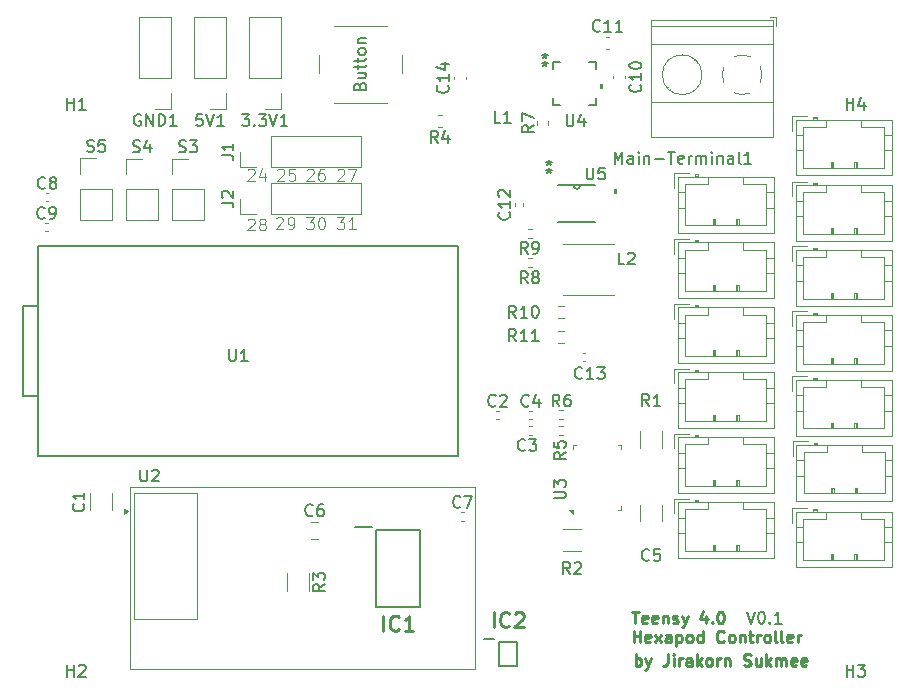
<source format=gbr>
%TF.GenerationSoftware,KiCad,Pcbnew,8.0.7*%
%TF.CreationDate,2024-12-28T15:18:57+07:00*%
%TF.ProjectId,Teensy4.0PCB,5465656e-7379-4342-9e30-5043422e6b69,rev?*%
%TF.SameCoordinates,Original*%
%TF.FileFunction,Legend,Top*%
%TF.FilePolarity,Positive*%
%FSLAX46Y46*%
G04 Gerber Fmt 4.6, Leading zero omitted, Abs format (unit mm)*
G04 Created by KiCad (PCBNEW 8.0.7) date 2024-12-28 15:18:57*
%MOMM*%
%LPD*%
G01*
G04 APERTURE LIST*
%ADD10C,0.100000*%
%ADD11C,0.250000*%
%ADD12C,0.150000*%
%ADD13C,0.254000*%
%ADD14C,0.120000*%
%ADD15C,0.000000*%
%ADD16C,0.152400*%
%ADD17C,0.200000*%
G04 APERTURE END LIST*
D10*
X136108646Y-84072419D02*
X136727693Y-84072419D01*
X136727693Y-84072419D02*
X136394360Y-84453371D01*
X136394360Y-84453371D02*
X136537217Y-84453371D01*
X136537217Y-84453371D02*
X136632455Y-84500990D01*
X136632455Y-84500990D02*
X136680074Y-84548609D01*
X136680074Y-84548609D02*
X136727693Y-84643847D01*
X136727693Y-84643847D02*
X136727693Y-84881942D01*
X136727693Y-84881942D02*
X136680074Y-84977180D01*
X136680074Y-84977180D02*
X136632455Y-85024800D01*
X136632455Y-85024800D02*
X136537217Y-85072419D01*
X136537217Y-85072419D02*
X136251503Y-85072419D01*
X136251503Y-85072419D02*
X136156265Y-85024800D01*
X136156265Y-85024800D02*
X136108646Y-84977180D01*
X137680074Y-85072419D02*
X137108646Y-85072419D01*
X137394360Y-85072419D02*
X137394360Y-84072419D01*
X137394360Y-84072419D02*
X137299122Y-84215276D01*
X137299122Y-84215276D02*
X137203884Y-84310514D01*
X137203884Y-84310514D02*
X137108646Y-84358133D01*
X133508646Y-84072419D02*
X134127693Y-84072419D01*
X134127693Y-84072419D02*
X133794360Y-84453371D01*
X133794360Y-84453371D02*
X133937217Y-84453371D01*
X133937217Y-84453371D02*
X134032455Y-84500990D01*
X134032455Y-84500990D02*
X134080074Y-84548609D01*
X134080074Y-84548609D02*
X134127693Y-84643847D01*
X134127693Y-84643847D02*
X134127693Y-84881942D01*
X134127693Y-84881942D02*
X134080074Y-84977180D01*
X134080074Y-84977180D02*
X134032455Y-85024800D01*
X134032455Y-85024800D02*
X133937217Y-85072419D01*
X133937217Y-85072419D02*
X133651503Y-85072419D01*
X133651503Y-85072419D02*
X133556265Y-85024800D01*
X133556265Y-85024800D02*
X133508646Y-84977180D01*
X134746741Y-84072419D02*
X134841979Y-84072419D01*
X134841979Y-84072419D02*
X134937217Y-84120038D01*
X134937217Y-84120038D02*
X134984836Y-84167657D01*
X134984836Y-84167657D02*
X135032455Y-84262895D01*
X135032455Y-84262895D02*
X135080074Y-84453371D01*
X135080074Y-84453371D02*
X135080074Y-84691466D01*
X135080074Y-84691466D02*
X135032455Y-84881942D01*
X135032455Y-84881942D02*
X134984836Y-84977180D01*
X134984836Y-84977180D02*
X134937217Y-85024800D01*
X134937217Y-85024800D02*
X134841979Y-85072419D01*
X134841979Y-85072419D02*
X134746741Y-85072419D01*
X134746741Y-85072419D02*
X134651503Y-85024800D01*
X134651503Y-85024800D02*
X134603884Y-84977180D01*
X134603884Y-84977180D02*
X134556265Y-84881942D01*
X134556265Y-84881942D02*
X134508646Y-84691466D01*
X134508646Y-84691466D02*
X134508646Y-84453371D01*
X134508646Y-84453371D02*
X134556265Y-84262895D01*
X134556265Y-84262895D02*
X134603884Y-84167657D01*
X134603884Y-84167657D02*
X134651503Y-84120038D01*
X134651503Y-84120038D02*
X134746741Y-84072419D01*
X130956265Y-84167657D02*
X131003884Y-84120038D01*
X131003884Y-84120038D02*
X131099122Y-84072419D01*
X131099122Y-84072419D02*
X131337217Y-84072419D01*
X131337217Y-84072419D02*
X131432455Y-84120038D01*
X131432455Y-84120038D02*
X131480074Y-84167657D01*
X131480074Y-84167657D02*
X131527693Y-84262895D01*
X131527693Y-84262895D02*
X131527693Y-84358133D01*
X131527693Y-84358133D02*
X131480074Y-84500990D01*
X131480074Y-84500990D02*
X130908646Y-85072419D01*
X130908646Y-85072419D02*
X131527693Y-85072419D01*
X132003884Y-85072419D02*
X132194360Y-85072419D01*
X132194360Y-85072419D02*
X132289598Y-85024800D01*
X132289598Y-85024800D02*
X132337217Y-84977180D01*
X132337217Y-84977180D02*
X132432455Y-84834323D01*
X132432455Y-84834323D02*
X132480074Y-84643847D01*
X132480074Y-84643847D02*
X132480074Y-84262895D01*
X132480074Y-84262895D02*
X132432455Y-84167657D01*
X132432455Y-84167657D02*
X132384836Y-84120038D01*
X132384836Y-84120038D02*
X132289598Y-84072419D01*
X132289598Y-84072419D02*
X132099122Y-84072419D01*
X132099122Y-84072419D02*
X132003884Y-84120038D01*
X132003884Y-84120038D02*
X131956265Y-84167657D01*
X131956265Y-84167657D02*
X131908646Y-84262895D01*
X131908646Y-84262895D02*
X131908646Y-84500990D01*
X131908646Y-84500990D02*
X131956265Y-84596228D01*
X131956265Y-84596228D02*
X132003884Y-84643847D01*
X132003884Y-84643847D02*
X132099122Y-84691466D01*
X132099122Y-84691466D02*
X132289598Y-84691466D01*
X132289598Y-84691466D02*
X132384836Y-84643847D01*
X132384836Y-84643847D02*
X132432455Y-84596228D01*
X132432455Y-84596228D02*
X132480074Y-84500990D01*
X128556265Y-84267657D02*
X128603884Y-84220038D01*
X128603884Y-84220038D02*
X128699122Y-84172419D01*
X128699122Y-84172419D02*
X128937217Y-84172419D01*
X128937217Y-84172419D02*
X129032455Y-84220038D01*
X129032455Y-84220038D02*
X129080074Y-84267657D01*
X129080074Y-84267657D02*
X129127693Y-84362895D01*
X129127693Y-84362895D02*
X129127693Y-84458133D01*
X129127693Y-84458133D02*
X129080074Y-84600990D01*
X129080074Y-84600990D02*
X128508646Y-85172419D01*
X128508646Y-85172419D02*
X129127693Y-85172419D01*
X129699122Y-84600990D02*
X129603884Y-84553371D01*
X129603884Y-84553371D02*
X129556265Y-84505752D01*
X129556265Y-84505752D02*
X129508646Y-84410514D01*
X129508646Y-84410514D02*
X129508646Y-84362895D01*
X129508646Y-84362895D02*
X129556265Y-84267657D01*
X129556265Y-84267657D02*
X129603884Y-84220038D01*
X129603884Y-84220038D02*
X129699122Y-84172419D01*
X129699122Y-84172419D02*
X129889598Y-84172419D01*
X129889598Y-84172419D02*
X129984836Y-84220038D01*
X129984836Y-84220038D02*
X130032455Y-84267657D01*
X130032455Y-84267657D02*
X130080074Y-84362895D01*
X130080074Y-84362895D02*
X130080074Y-84410514D01*
X130080074Y-84410514D02*
X130032455Y-84505752D01*
X130032455Y-84505752D02*
X129984836Y-84553371D01*
X129984836Y-84553371D02*
X129889598Y-84600990D01*
X129889598Y-84600990D02*
X129699122Y-84600990D01*
X129699122Y-84600990D02*
X129603884Y-84648609D01*
X129603884Y-84648609D02*
X129556265Y-84696228D01*
X129556265Y-84696228D02*
X129508646Y-84791466D01*
X129508646Y-84791466D02*
X129508646Y-84981942D01*
X129508646Y-84981942D02*
X129556265Y-85077180D01*
X129556265Y-85077180D02*
X129603884Y-85124800D01*
X129603884Y-85124800D02*
X129699122Y-85172419D01*
X129699122Y-85172419D02*
X129889598Y-85172419D01*
X129889598Y-85172419D02*
X129984836Y-85124800D01*
X129984836Y-85124800D02*
X130032455Y-85077180D01*
X130032455Y-85077180D02*
X130080074Y-84981942D01*
X130080074Y-84981942D02*
X130080074Y-84791466D01*
X130080074Y-84791466D02*
X130032455Y-84696228D01*
X130032455Y-84696228D02*
X129984836Y-84648609D01*
X129984836Y-84648609D02*
X129889598Y-84600990D01*
X136156265Y-80067657D02*
X136203884Y-80020038D01*
X136203884Y-80020038D02*
X136299122Y-79972419D01*
X136299122Y-79972419D02*
X136537217Y-79972419D01*
X136537217Y-79972419D02*
X136632455Y-80020038D01*
X136632455Y-80020038D02*
X136680074Y-80067657D01*
X136680074Y-80067657D02*
X136727693Y-80162895D01*
X136727693Y-80162895D02*
X136727693Y-80258133D01*
X136727693Y-80258133D02*
X136680074Y-80400990D01*
X136680074Y-80400990D02*
X136108646Y-80972419D01*
X136108646Y-80972419D02*
X136727693Y-80972419D01*
X137061027Y-79972419D02*
X137727693Y-79972419D01*
X137727693Y-79972419D02*
X137299122Y-80972419D01*
X133556265Y-80067657D02*
X133603884Y-80020038D01*
X133603884Y-80020038D02*
X133699122Y-79972419D01*
X133699122Y-79972419D02*
X133937217Y-79972419D01*
X133937217Y-79972419D02*
X134032455Y-80020038D01*
X134032455Y-80020038D02*
X134080074Y-80067657D01*
X134080074Y-80067657D02*
X134127693Y-80162895D01*
X134127693Y-80162895D02*
X134127693Y-80258133D01*
X134127693Y-80258133D02*
X134080074Y-80400990D01*
X134080074Y-80400990D02*
X133508646Y-80972419D01*
X133508646Y-80972419D02*
X134127693Y-80972419D01*
X134984836Y-79972419D02*
X134794360Y-79972419D01*
X134794360Y-79972419D02*
X134699122Y-80020038D01*
X134699122Y-80020038D02*
X134651503Y-80067657D01*
X134651503Y-80067657D02*
X134556265Y-80210514D01*
X134556265Y-80210514D02*
X134508646Y-80400990D01*
X134508646Y-80400990D02*
X134508646Y-80781942D01*
X134508646Y-80781942D02*
X134556265Y-80877180D01*
X134556265Y-80877180D02*
X134603884Y-80924800D01*
X134603884Y-80924800D02*
X134699122Y-80972419D01*
X134699122Y-80972419D02*
X134889598Y-80972419D01*
X134889598Y-80972419D02*
X134984836Y-80924800D01*
X134984836Y-80924800D02*
X135032455Y-80877180D01*
X135032455Y-80877180D02*
X135080074Y-80781942D01*
X135080074Y-80781942D02*
X135080074Y-80543847D01*
X135080074Y-80543847D02*
X135032455Y-80448609D01*
X135032455Y-80448609D02*
X134984836Y-80400990D01*
X134984836Y-80400990D02*
X134889598Y-80353371D01*
X134889598Y-80353371D02*
X134699122Y-80353371D01*
X134699122Y-80353371D02*
X134603884Y-80400990D01*
X134603884Y-80400990D02*
X134556265Y-80448609D01*
X134556265Y-80448609D02*
X134508646Y-80543847D01*
X131056265Y-80067657D02*
X131103884Y-80020038D01*
X131103884Y-80020038D02*
X131199122Y-79972419D01*
X131199122Y-79972419D02*
X131437217Y-79972419D01*
X131437217Y-79972419D02*
X131532455Y-80020038D01*
X131532455Y-80020038D02*
X131580074Y-80067657D01*
X131580074Y-80067657D02*
X131627693Y-80162895D01*
X131627693Y-80162895D02*
X131627693Y-80258133D01*
X131627693Y-80258133D02*
X131580074Y-80400990D01*
X131580074Y-80400990D02*
X131008646Y-80972419D01*
X131008646Y-80972419D02*
X131627693Y-80972419D01*
X132532455Y-79972419D02*
X132056265Y-79972419D01*
X132056265Y-79972419D02*
X132008646Y-80448609D01*
X132008646Y-80448609D02*
X132056265Y-80400990D01*
X132056265Y-80400990D02*
X132151503Y-80353371D01*
X132151503Y-80353371D02*
X132389598Y-80353371D01*
X132389598Y-80353371D02*
X132484836Y-80400990D01*
X132484836Y-80400990D02*
X132532455Y-80448609D01*
X132532455Y-80448609D02*
X132580074Y-80543847D01*
X132580074Y-80543847D02*
X132580074Y-80781942D01*
X132580074Y-80781942D02*
X132532455Y-80877180D01*
X132532455Y-80877180D02*
X132484836Y-80924800D01*
X132484836Y-80924800D02*
X132389598Y-80972419D01*
X132389598Y-80972419D02*
X132151503Y-80972419D01*
X132151503Y-80972419D02*
X132056265Y-80924800D01*
X132056265Y-80924800D02*
X132008646Y-80877180D01*
X128556265Y-80067657D02*
X128603884Y-80020038D01*
X128603884Y-80020038D02*
X128699122Y-79972419D01*
X128699122Y-79972419D02*
X128937217Y-79972419D01*
X128937217Y-79972419D02*
X129032455Y-80020038D01*
X129032455Y-80020038D02*
X129080074Y-80067657D01*
X129080074Y-80067657D02*
X129127693Y-80162895D01*
X129127693Y-80162895D02*
X129127693Y-80258133D01*
X129127693Y-80258133D02*
X129080074Y-80400990D01*
X129080074Y-80400990D02*
X128508646Y-80972419D01*
X128508646Y-80972419D02*
X129127693Y-80972419D01*
X129984836Y-80305752D02*
X129984836Y-80972419D01*
X129746741Y-79924800D02*
X129508646Y-80639085D01*
X129508646Y-80639085D02*
X130127693Y-80639085D01*
D11*
X161059711Y-117454675D02*
X161631139Y-117454675D01*
X161345425Y-118454675D02*
X161345425Y-117454675D01*
X162345425Y-118407056D02*
X162250187Y-118454675D01*
X162250187Y-118454675D02*
X162059711Y-118454675D01*
X162059711Y-118454675D02*
X161964473Y-118407056D01*
X161964473Y-118407056D02*
X161916854Y-118311817D01*
X161916854Y-118311817D02*
X161916854Y-117930865D01*
X161916854Y-117930865D02*
X161964473Y-117835627D01*
X161964473Y-117835627D02*
X162059711Y-117788008D01*
X162059711Y-117788008D02*
X162250187Y-117788008D01*
X162250187Y-117788008D02*
X162345425Y-117835627D01*
X162345425Y-117835627D02*
X162393044Y-117930865D01*
X162393044Y-117930865D02*
X162393044Y-118026103D01*
X162393044Y-118026103D02*
X161916854Y-118121341D01*
X163202568Y-118407056D02*
X163107330Y-118454675D01*
X163107330Y-118454675D02*
X162916854Y-118454675D01*
X162916854Y-118454675D02*
X162821616Y-118407056D01*
X162821616Y-118407056D02*
X162773997Y-118311817D01*
X162773997Y-118311817D02*
X162773997Y-117930865D01*
X162773997Y-117930865D02*
X162821616Y-117835627D01*
X162821616Y-117835627D02*
X162916854Y-117788008D01*
X162916854Y-117788008D02*
X163107330Y-117788008D01*
X163107330Y-117788008D02*
X163202568Y-117835627D01*
X163202568Y-117835627D02*
X163250187Y-117930865D01*
X163250187Y-117930865D02*
X163250187Y-118026103D01*
X163250187Y-118026103D02*
X162773997Y-118121341D01*
X163678759Y-117788008D02*
X163678759Y-118454675D01*
X163678759Y-117883246D02*
X163726378Y-117835627D01*
X163726378Y-117835627D02*
X163821616Y-117788008D01*
X163821616Y-117788008D02*
X163964473Y-117788008D01*
X163964473Y-117788008D02*
X164059711Y-117835627D01*
X164059711Y-117835627D02*
X164107330Y-117930865D01*
X164107330Y-117930865D02*
X164107330Y-118454675D01*
X164535902Y-118407056D02*
X164631140Y-118454675D01*
X164631140Y-118454675D02*
X164821616Y-118454675D01*
X164821616Y-118454675D02*
X164916854Y-118407056D01*
X164916854Y-118407056D02*
X164964473Y-118311817D01*
X164964473Y-118311817D02*
X164964473Y-118264198D01*
X164964473Y-118264198D02*
X164916854Y-118168960D01*
X164916854Y-118168960D02*
X164821616Y-118121341D01*
X164821616Y-118121341D02*
X164678759Y-118121341D01*
X164678759Y-118121341D02*
X164583521Y-118073722D01*
X164583521Y-118073722D02*
X164535902Y-117978484D01*
X164535902Y-117978484D02*
X164535902Y-117930865D01*
X164535902Y-117930865D02*
X164583521Y-117835627D01*
X164583521Y-117835627D02*
X164678759Y-117788008D01*
X164678759Y-117788008D02*
X164821616Y-117788008D01*
X164821616Y-117788008D02*
X164916854Y-117835627D01*
X165297807Y-117788008D02*
X165535902Y-118454675D01*
X165773997Y-117788008D02*
X165535902Y-118454675D01*
X165535902Y-118454675D02*
X165440664Y-118692770D01*
X165440664Y-118692770D02*
X165393045Y-118740389D01*
X165393045Y-118740389D02*
X165297807Y-118788008D01*
X167345426Y-117788008D02*
X167345426Y-118454675D01*
X167107331Y-117407056D02*
X166869236Y-118121341D01*
X166869236Y-118121341D02*
X167488283Y-118121341D01*
X167869236Y-118359436D02*
X167916855Y-118407056D01*
X167916855Y-118407056D02*
X167869236Y-118454675D01*
X167869236Y-118454675D02*
X167821617Y-118407056D01*
X167821617Y-118407056D02*
X167869236Y-118359436D01*
X167869236Y-118359436D02*
X167869236Y-118454675D01*
X168535902Y-117454675D02*
X168631140Y-117454675D01*
X168631140Y-117454675D02*
X168726378Y-117502294D01*
X168726378Y-117502294D02*
X168773997Y-117549913D01*
X168773997Y-117549913D02*
X168821616Y-117645151D01*
X168821616Y-117645151D02*
X168869235Y-117835627D01*
X168869235Y-117835627D02*
X168869235Y-118073722D01*
X168869235Y-118073722D02*
X168821616Y-118264198D01*
X168821616Y-118264198D02*
X168773997Y-118359436D01*
X168773997Y-118359436D02*
X168726378Y-118407056D01*
X168726378Y-118407056D02*
X168631140Y-118454675D01*
X168631140Y-118454675D02*
X168535902Y-118454675D01*
X168535902Y-118454675D02*
X168440664Y-118407056D01*
X168440664Y-118407056D02*
X168393045Y-118359436D01*
X168393045Y-118359436D02*
X168345426Y-118264198D01*
X168345426Y-118264198D02*
X168297807Y-118073722D01*
X168297807Y-118073722D02*
X168297807Y-117835627D01*
X168297807Y-117835627D02*
X168345426Y-117645151D01*
X168345426Y-117645151D02*
X168393045Y-117549913D01*
X168393045Y-117549913D02*
X168440664Y-117502294D01*
X168440664Y-117502294D02*
X168535902Y-117454675D01*
X161202568Y-120064619D02*
X161202568Y-119064619D01*
X161202568Y-119540809D02*
X161773996Y-119540809D01*
X161773996Y-120064619D02*
X161773996Y-119064619D01*
X162631139Y-120017000D02*
X162535901Y-120064619D01*
X162535901Y-120064619D02*
X162345425Y-120064619D01*
X162345425Y-120064619D02*
X162250187Y-120017000D01*
X162250187Y-120017000D02*
X162202568Y-119921761D01*
X162202568Y-119921761D02*
X162202568Y-119540809D01*
X162202568Y-119540809D02*
X162250187Y-119445571D01*
X162250187Y-119445571D02*
X162345425Y-119397952D01*
X162345425Y-119397952D02*
X162535901Y-119397952D01*
X162535901Y-119397952D02*
X162631139Y-119445571D01*
X162631139Y-119445571D02*
X162678758Y-119540809D01*
X162678758Y-119540809D02*
X162678758Y-119636047D01*
X162678758Y-119636047D02*
X162202568Y-119731285D01*
X163012092Y-120064619D02*
X163535901Y-119397952D01*
X163012092Y-119397952D02*
X163535901Y-120064619D01*
X164345425Y-120064619D02*
X164345425Y-119540809D01*
X164345425Y-119540809D02*
X164297806Y-119445571D01*
X164297806Y-119445571D02*
X164202568Y-119397952D01*
X164202568Y-119397952D02*
X164012092Y-119397952D01*
X164012092Y-119397952D02*
X163916854Y-119445571D01*
X164345425Y-120017000D02*
X164250187Y-120064619D01*
X164250187Y-120064619D02*
X164012092Y-120064619D01*
X164012092Y-120064619D02*
X163916854Y-120017000D01*
X163916854Y-120017000D02*
X163869235Y-119921761D01*
X163869235Y-119921761D02*
X163869235Y-119826523D01*
X163869235Y-119826523D02*
X163916854Y-119731285D01*
X163916854Y-119731285D02*
X164012092Y-119683666D01*
X164012092Y-119683666D02*
X164250187Y-119683666D01*
X164250187Y-119683666D02*
X164345425Y-119636047D01*
X164821616Y-119397952D02*
X164821616Y-120397952D01*
X164821616Y-119445571D02*
X164916854Y-119397952D01*
X164916854Y-119397952D02*
X165107330Y-119397952D01*
X165107330Y-119397952D02*
X165202568Y-119445571D01*
X165202568Y-119445571D02*
X165250187Y-119493190D01*
X165250187Y-119493190D02*
X165297806Y-119588428D01*
X165297806Y-119588428D02*
X165297806Y-119874142D01*
X165297806Y-119874142D02*
X165250187Y-119969380D01*
X165250187Y-119969380D02*
X165202568Y-120017000D01*
X165202568Y-120017000D02*
X165107330Y-120064619D01*
X165107330Y-120064619D02*
X164916854Y-120064619D01*
X164916854Y-120064619D02*
X164821616Y-120017000D01*
X165869235Y-120064619D02*
X165773997Y-120017000D01*
X165773997Y-120017000D02*
X165726378Y-119969380D01*
X165726378Y-119969380D02*
X165678759Y-119874142D01*
X165678759Y-119874142D02*
X165678759Y-119588428D01*
X165678759Y-119588428D02*
X165726378Y-119493190D01*
X165726378Y-119493190D02*
X165773997Y-119445571D01*
X165773997Y-119445571D02*
X165869235Y-119397952D01*
X165869235Y-119397952D02*
X166012092Y-119397952D01*
X166012092Y-119397952D02*
X166107330Y-119445571D01*
X166107330Y-119445571D02*
X166154949Y-119493190D01*
X166154949Y-119493190D02*
X166202568Y-119588428D01*
X166202568Y-119588428D02*
X166202568Y-119874142D01*
X166202568Y-119874142D02*
X166154949Y-119969380D01*
X166154949Y-119969380D02*
X166107330Y-120017000D01*
X166107330Y-120017000D02*
X166012092Y-120064619D01*
X166012092Y-120064619D02*
X165869235Y-120064619D01*
X167059711Y-120064619D02*
X167059711Y-119064619D01*
X167059711Y-120017000D02*
X166964473Y-120064619D01*
X166964473Y-120064619D02*
X166773997Y-120064619D01*
X166773997Y-120064619D02*
X166678759Y-120017000D01*
X166678759Y-120017000D02*
X166631140Y-119969380D01*
X166631140Y-119969380D02*
X166583521Y-119874142D01*
X166583521Y-119874142D02*
X166583521Y-119588428D01*
X166583521Y-119588428D02*
X166631140Y-119493190D01*
X166631140Y-119493190D02*
X166678759Y-119445571D01*
X166678759Y-119445571D02*
X166773997Y-119397952D01*
X166773997Y-119397952D02*
X166964473Y-119397952D01*
X166964473Y-119397952D02*
X167059711Y-119445571D01*
X168869235Y-119969380D02*
X168821616Y-120017000D01*
X168821616Y-120017000D02*
X168678759Y-120064619D01*
X168678759Y-120064619D02*
X168583521Y-120064619D01*
X168583521Y-120064619D02*
X168440664Y-120017000D01*
X168440664Y-120017000D02*
X168345426Y-119921761D01*
X168345426Y-119921761D02*
X168297807Y-119826523D01*
X168297807Y-119826523D02*
X168250188Y-119636047D01*
X168250188Y-119636047D02*
X168250188Y-119493190D01*
X168250188Y-119493190D02*
X168297807Y-119302714D01*
X168297807Y-119302714D02*
X168345426Y-119207476D01*
X168345426Y-119207476D02*
X168440664Y-119112238D01*
X168440664Y-119112238D02*
X168583521Y-119064619D01*
X168583521Y-119064619D02*
X168678759Y-119064619D01*
X168678759Y-119064619D02*
X168821616Y-119112238D01*
X168821616Y-119112238D02*
X168869235Y-119159857D01*
X169440664Y-120064619D02*
X169345426Y-120017000D01*
X169345426Y-120017000D02*
X169297807Y-119969380D01*
X169297807Y-119969380D02*
X169250188Y-119874142D01*
X169250188Y-119874142D02*
X169250188Y-119588428D01*
X169250188Y-119588428D02*
X169297807Y-119493190D01*
X169297807Y-119493190D02*
X169345426Y-119445571D01*
X169345426Y-119445571D02*
X169440664Y-119397952D01*
X169440664Y-119397952D02*
X169583521Y-119397952D01*
X169583521Y-119397952D02*
X169678759Y-119445571D01*
X169678759Y-119445571D02*
X169726378Y-119493190D01*
X169726378Y-119493190D02*
X169773997Y-119588428D01*
X169773997Y-119588428D02*
X169773997Y-119874142D01*
X169773997Y-119874142D02*
X169726378Y-119969380D01*
X169726378Y-119969380D02*
X169678759Y-120017000D01*
X169678759Y-120017000D02*
X169583521Y-120064619D01*
X169583521Y-120064619D02*
X169440664Y-120064619D01*
X170202569Y-119397952D02*
X170202569Y-120064619D01*
X170202569Y-119493190D02*
X170250188Y-119445571D01*
X170250188Y-119445571D02*
X170345426Y-119397952D01*
X170345426Y-119397952D02*
X170488283Y-119397952D01*
X170488283Y-119397952D02*
X170583521Y-119445571D01*
X170583521Y-119445571D02*
X170631140Y-119540809D01*
X170631140Y-119540809D02*
X170631140Y-120064619D01*
X170964474Y-119397952D02*
X171345426Y-119397952D01*
X171107331Y-119064619D02*
X171107331Y-119921761D01*
X171107331Y-119921761D02*
X171154950Y-120017000D01*
X171154950Y-120017000D02*
X171250188Y-120064619D01*
X171250188Y-120064619D02*
X171345426Y-120064619D01*
X171678760Y-120064619D02*
X171678760Y-119397952D01*
X171678760Y-119588428D02*
X171726379Y-119493190D01*
X171726379Y-119493190D02*
X171773998Y-119445571D01*
X171773998Y-119445571D02*
X171869236Y-119397952D01*
X171869236Y-119397952D02*
X171964474Y-119397952D01*
X172440665Y-120064619D02*
X172345427Y-120017000D01*
X172345427Y-120017000D02*
X172297808Y-119969380D01*
X172297808Y-119969380D02*
X172250189Y-119874142D01*
X172250189Y-119874142D02*
X172250189Y-119588428D01*
X172250189Y-119588428D02*
X172297808Y-119493190D01*
X172297808Y-119493190D02*
X172345427Y-119445571D01*
X172345427Y-119445571D02*
X172440665Y-119397952D01*
X172440665Y-119397952D02*
X172583522Y-119397952D01*
X172583522Y-119397952D02*
X172678760Y-119445571D01*
X172678760Y-119445571D02*
X172726379Y-119493190D01*
X172726379Y-119493190D02*
X172773998Y-119588428D01*
X172773998Y-119588428D02*
X172773998Y-119874142D01*
X172773998Y-119874142D02*
X172726379Y-119969380D01*
X172726379Y-119969380D02*
X172678760Y-120017000D01*
X172678760Y-120017000D02*
X172583522Y-120064619D01*
X172583522Y-120064619D02*
X172440665Y-120064619D01*
X173345427Y-120064619D02*
X173250189Y-120017000D01*
X173250189Y-120017000D02*
X173202570Y-119921761D01*
X173202570Y-119921761D02*
X173202570Y-119064619D01*
X173869237Y-120064619D02*
X173773999Y-120017000D01*
X173773999Y-120017000D02*
X173726380Y-119921761D01*
X173726380Y-119921761D02*
X173726380Y-119064619D01*
X174631142Y-120017000D02*
X174535904Y-120064619D01*
X174535904Y-120064619D02*
X174345428Y-120064619D01*
X174345428Y-120064619D02*
X174250190Y-120017000D01*
X174250190Y-120017000D02*
X174202571Y-119921761D01*
X174202571Y-119921761D02*
X174202571Y-119540809D01*
X174202571Y-119540809D02*
X174250190Y-119445571D01*
X174250190Y-119445571D02*
X174345428Y-119397952D01*
X174345428Y-119397952D02*
X174535904Y-119397952D01*
X174535904Y-119397952D02*
X174631142Y-119445571D01*
X174631142Y-119445571D02*
X174678761Y-119540809D01*
X174678761Y-119540809D02*
X174678761Y-119636047D01*
X174678761Y-119636047D02*
X174202571Y-119731285D01*
X175107333Y-120064619D02*
X175107333Y-119397952D01*
X175107333Y-119588428D02*
X175154952Y-119493190D01*
X175154952Y-119493190D02*
X175202571Y-119445571D01*
X175202571Y-119445571D02*
X175297809Y-119397952D01*
X175297809Y-119397952D02*
X175393047Y-119397952D01*
D12*
X170793922Y-117469819D02*
X171127255Y-118469819D01*
X171127255Y-118469819D02*
X171460588Y-117469819D01*
X171984398Y-117469819D02*
X172079636Y-117469819D01*
X172079636Y-117469819D02*
X172174874Y-117517438D01*
X172174874Y-117517438D02*
X172222493Y-117565057D01*
X172222493Y-117565057D02*
X172270112Y-117660295D01*
X172270112Y-117660295D02*
X172317731Y-117850771D01*
X172317731Y-117850771D02*
X172317731Y-118088866D01*
X172317731Y-118088866D02*
X172270112Y-118279342D01*
X172270112Y-118279342D02*
X172222493Y-118374580D01*
X172222493Y-118374580D02*
X172174874Y-118422200D01*
X172174874Y-118422200D02*
X172079636Y-118469819D01*
X172079636Y-118469819D02*
X171984398Y-118469819D01*
X171984398Y-118469819D02*
X171889160Y-118422200D01*
X171889160Y-118422200D02*
X171841541Y-118374580D01*
X171841541Y-118374580D02*
X171793922Y-118279342D01*
X171793922Y-118279342D02*
X171746303Y-118088866D01*
X171746303Y-118088866D02*
X171746303Y-117850771D01*
X171746303Y-117850771D02*
X171793922Y-117660295D01*
X171793922Y-117660295D02*
X171841541Y-117565057D01*
X171841541Y-117565057D02*
X171889160Y-117517438D01*
X171889160Y-117517438D02*
X171984398Y-117469819D01*
X172746303Y-118374580D02*
X172793922Y-118422200D01*
X172793922Y-118422200D02*
X172746303Y-118469819D01*
X172746303Y-118469819D02*
X172698684Y-118422200D01*
X172698684Y-118422200D02*
X172746303Y-118374580D01*
X172746303Y-118374580D02*
X172746303Y-118469819D01*
X173746302Y-118469819D02*
X173174874Y-118469819D01*
X173460588Y-118469819D02*
X173460588Y-117469819D01*
X173460588Y-117469819D02*
X173365350Y-117612676D01*
X173365350Y-117612676D02*
X173270112Y-117707914D01*
X173270112Y-117707914D02*
X173174874Y-117755533D01*
D11*
X161402568Y-122064619D02*
X161402568Y-121064619D01*
X161402568Y-121445571D02*
X161497806Y-121397952D01*
X161497806Y-121397952D02*
X161688282Y-121397952D01*
X161688282Y-121397952D02*
X161783520Y-121445571D01*
X161783520Y-121445571D02*
X161831139Y-121493190D01*
X161831139Y-121493190D02*
X161878758Y-121588428D01*
X161878758Y-121588428D02*
X161878758Y-121874142D01*
X161878758Y-121874142D02*
X161831139Y-121969380D01*
X161831139Y-121969380D02*
X161783520Y-122017000D01*
X161783520Y-122017000D02*
X161688282Y-122064619D01*
X161688282Y-122064619D02*
X161497806Y-122064619D01*
X161497806Y-122064619D02*
X161402568Y-122017000D01*
X162212092Y-121397952D02*
X162450187Y-122064619D01*
X162688282Y-121397952D02*
X162450187Y-122064619D01*
X162450187Y-122064619D02*
X162354949Y-122302714D01*
X162354949Y-122302714D02*
X162307330Y-122350333D01*
X162307330Y-122350333D02*
X162212092Y-122397952D01*
X164116854Y-121064619D02*
X164116854Y-121778904D01*
X164116854Y-121778904D02*
X164069235Y-121921761D01*
X164069235Y-121921761D02*
X163973997Y-122017000D01*
X163973997Y-122017000D02*
X163831140Y-122064619D01*
X163831140Y-122064619D02*
X163735902Y-122064619D01*
X164593045Y-122064619D02*
X164593045Y-121397952D01*
X164593045Y-121064619D02*
X164545426Y-121112238D01*
X164545426Y-121112238D02*
X164593045Y-121159857D01*
X164593045Y-121159857D02*
X164640664Y-121112238D01*
X164640664Y-121112238D02*
X164593045Y-121064619D01*
X164593045Y-121064619D02*
X164593045Y-121159857D01*
X165069235Y-122064619D02*
X165069235Y-121397952D01*
X165069235Y-121588428D02*
X165116854Y-121493190D01*
X165116854Y-121493190D02*
X165164473Y-121445571D01*
X165164473Y-121445571D02*
X165259711Y-121397952D01*
X165259711Y-121397952D02*
X165354949Y-121397952D01*
X166116854Y-122064619D02*
X166116854Y-121540809D01*
X166116854Y-121540809D02*
X166069235Y-121445571D01*
X166069235Y-121445571D02*
X165973997Y-121397952D01*
X165973997Y-121397952D02*
X165783521Y-121397952D01*
X165783521Y-121397952D02*
X165688283Y-121445571D01*
X166116854Y-122017000D02*
X166021616Y-122064619D01*
X166021616Y-122064619D02*
X165783521Y-122064619D01*
X165783521Y-122064619D02*
X165688283Y-122017000D01*
X165688283Y-122017000D02*
X165640664Y-121921761D01*
X165640664Y-121921761D02*
X165640664Y-121826523D01*
X165640664Y-121826523D02*
X165688283Y-121731285D01*
X165688283Y-121731285D02*
X165783521Y-121683666D01*
X165783521Y-121683666D02*
X166021616Y-121683666D01*
X166021616Y-121683666D02*
X166116854Y-121636047D01*
X166593045Y-122064619D02*
X166593045Y-121064619D01*
X166688283Y-121683666D02*
X166973997Y-122064619D01*
X166973997Y-121397952D02*
X166593045Y-121778904D01*
X167545426Y-122064619D02*
X167450188Y-122017000D01*
X167450188Y-122017000D02*
X167402569Y-121969380D01*
X167402569Y-121969380D02*
X167354950Y-121874142D01*
X167354950Y-121874142D02*
X167354950Y-121588428D01*
X167354950Y-121588428D02*
X167402569Y-121493190D01*
X167402569Y-121493190D02*
X167450188Y-121445571D01*
X167450188Y-121445571D02*
X167545426Y-121397952D01*
X167545426Y-121397952D02*
X167688283Y-121397952D01*
X167688283Y-121397952D02*
X167783521Y-121445571D01*
X167783521Y-121445571D02*
X167831140Y-121493190D01*
X167831140Y-121493190D02*
X167878759Y-121588428D01*
X167878759Y-121588428D02*
X167878759Y-121874142D01*
X167878759Y-121874142D02*
X167831140Y-121969380D01*
X167831140Y-121969380D02*
X167783521Y-122017000D01*
X167783521Y-122017000D02*
X167688283Y-122064619D01*
X167688283Y-122064619D02*
X167545426Y-122064619D01*
X168307331Y-122064619D02*
X168307331Y-121397952D01*
X168307331Y-121588428D02*
X168354950Y-121493190D01*
X168354950Y-121493190D02*
X168402569Y-121445571D01*
X168402569Y-121445571D02*
X168497807Y-121397952D01*
X168497807Y-121397952D02*
X168593045Y-121397952D01*
X168926379Y-121397952D02*
X168926379Y-122064619D01*
X168926379Y-121493190D02*
X168973998Y-121445571D01*
X168973998Y-121445571D02*
X169069236Y-121397952D01*
X169069236Y-121397952D02*
X169212093Y-121397952D01*
X169212093Y-121397952D02*
X169307331Y-121445571D01*
X169307331Y-121445571D02*
X169354950Y-121540809D01*
X169354950Y-121540809D02*
X169354950Y-122064619D01*
X170545427Y-122017000D02*
X170688284Y-122064619D01*
X170688284Y-122064619D02*
X170926379Y-122064619D01*
X170926379Y-122064619D02*
X171021617Y-122017000D01*
X171021617Y-122017000D02*
X171069236Y-121969380D01*
X171069236Y-121969380D02*
X171116855Y-121874142D01*
X171116855Y-121874142D02*
X171116855Y-121778904D01*
X171116855Y-121778904D02*
X171069236Y-121683666D01*
X171069236Y-121683666D02*
X171021617Y-121636047D01*
X171021617Y-121636047D02*
X170926379Y-121588428D01*
X170926379Y-121588428D02*
X170735903Y-121540809D01*
X170735903Y-121540809D02*
X170640665Y-121493190D01*
X170640665Y-121493190D02*
X170593046Y-121445571D01*
X170593046Y-121445571D02*
X170545427Y-121350333D01*
X170545427Y-121350333D02*
X170545427Y-121255095D01*
X170545427Y-121255095D02*
X170593046Y-121159857D01*
X170593046Y-121159857D02*
X170640665Y-121112238D01*
X170640665Y-121112238D02*
X170735903Y-121064619D01*
X170735903Y-121064619D02*
X170973998Y-121064619D01*
X170973998Y-121064619D02*
X171116855Y-121112238D01*
X171973998Y-121397952D02*
X171973998Y-122064619D01*
X171545427Y-121397952D02*
X171545427Y-121921761D01*
X171545427Y-121921761D02*
X171593046Y-122017000D01*
X171593046Y-122017000D02*
X171688284Y-122064619D01*
X171688284Y-122064619D02*
X171831141Y-122064619D01*
X171831141Y-122064619D02*
X171926379Y-122017000D01*
X171926379Y-122017000D02*
X171973998Y-121969380D01*
X172450189Y-122064619D02*
X172450189Y-121064619D01*
X172545427Y-121683666D02*
X172831141Y-122064619D01*
X172831141Y-121397952D02*
X172450189Y-121778904D01*
X173259713Y-122064619D02*
X173259713Y-121397952D01*
X173259713Y-121493190D02*
X173307332Y-121445571D01*
X173307332Y-121445571D02*
X173402570Y-121397952D01*
X173402570Y-121397952D02*
X173545427Y-121397952D01*
X173545427Y-121397952D02*
X173640665Y-121445571D01*
X173640665Y-121445571D02*
X173688284Y-121540809D01*
X173688284Y-121540809D02*
X173688284Y-122064619D01*
X173688284Y-121540809D02*
X173735903Y-121445571D01*
X173735903Y-121445571D02*
X173831141Y-121397952D01*
X173831141Y-121397952D02*
X173973998Y-121397952D01*
X173973998Y-121397952D02*
X174069237Y-121445571D01*
X174069237Y-121445571D02*
X174116856Y-121540809D01*
X174116856Y-121540809D02*
X174116856Y-122064619D01*
X174973998Y-122017000D02*
X174878760Y-122064619D01*
X174878760Y-122064619D02*
X174688284Y-122064619D01*
X174688284Y-122064619D02*
X174593046Y-122017000D01*
X174593046Y-122017000D02*
X174545427Y-121921761D01*
X174545427Y-121921761D02*
X174545427Y-121540809D01*
X174545427Y-121540809D02*
X174593046Y-121445571D01*
X174593046Y-121445571D02*
X174688284Y-121397952D01*
X174688284Y-121397952D02*
X174878760Y-121397952D01*
X174878760Y-121397952D02*
X174973998Y-121445571D01*
X174973998Y-121445571D02*
X175021617Y-121540809D01*
X175021617Y-121540809D02*
X175021617Y-121636047D01*
X175021617Y-121636047D02*
X174545427Y-121731285D01*
X175831141Y-122017000D02*
X175735903Y-122064619D01*
X175735903Y-122064619D02*
X175545427Y-122064619D01*
X175545427Y-122064619D02*
X175450189Y-122017000D01*
X175450189Y-122017000D02*
X175402570Y-121921761D01*
X175402570Y-121921761D02*
X175402570Y-121540809D01*
X175402570Y-121540809D02*
X175450189Y-121445571D01*
X175450189Y-121445571D02*
X175545427Y-121397952D01*
X175545427Y-121397952D02*
X175735903Y-121397952D01*
X175735903Y-121397952D02*
X175831141Y-121445571D01*
X175831141Y-121445571D02*
X175878760Y-121540809D01*
X175878760Y-121540809D02*
X175878760Y-121636047D01*
X175878760Y-121636047D02*
X175402570Y-121731285D01*
D12*
X161759580Y-72842857D02*
X161807200Y-72890476D01*
X161807200Y-72890476D02*
X161854819Y-73033333D01*
X161854819Y-73033333D02*
X161854819Y-73128571D01*
X161854819Y-73128571D02*
X161807200Y-73271428D01*
X161807200Y-73271428D02*
X161711961Y-73366666D01*
X161711961Y-73366666D02*
X161616723Y-73414285D01*
X161616723Y-73414285D02*
X161426247Y-73461904D01*
X161426247Y-73461904D02*
X161283390Y-73461904D01*
X161283390Y-73461904D02*
X161092914Y-73414285D01*
X161092914Y-73414285D02*
X160997676Y-73366666D01*
X160997676Y-73366666D02*
X160902438Y-73271428D01*
X160902438Y-73271428D02*
X160854819Y-73128571D01*
X160854819Y-73128571D02*
X160854819Y-73033333D01*
X160854819Y-73033333D02*
X160902438Y-72890476D01*
X160902438Y-72890476D02*
X160950057Y-72842857D01*
X161854819Y-71890476D02*
X161854819Y-72461904D01*
X161854819Y-72176190D02*
X160854819Y-72176190D01*
X160854819Y-72176190D02*
X160997676Y-72271428D01*
X160997676Y-72271428D02*
X161092914Y-72366666D01*
X161092914Y-72366666D02*
X161140533Y-72461904D01*
X160854819Y-71271428D02*
X160854819Y-71176190D01*
X160854819Y-71176190D02*
X160902438Y-71080952D01*
X160902438Y-71080952D02*
X160950057Y-71033333D01*
X160950057Y-71033333D02*
X161045295Y-70985714D01*
X161045295Y-70985714D02*
X161235771Y-70938095D01*
X161235771Y-70938095D02*
X161473866Y-70938095D01*
X161473866Y-70938095D02*
X161664342Y-70985714D01*
X161664342Y-70985714D02*
X161759580Y-71033333D01*
X161759580Y-71033333D02*
X161807200Y-71080952D01*
X161807200Y-71080952D02*
X161854819Y-71176190D01*
X161854819Y-71176190D02*
X161854819Y-71271428D01*
X161854819Y-71271428D02*
X161807200Y-71366666D01*
X161807200Y-71366666D02*
X161759580Y-71414285D01*
X161759580Y-71414285D02*
X161664342Y-71461904D01*
X161664342Y-71461904D02*
X161473866Y-71509523D01*
X161473866Y-71509523D02*
X161235771Y-71509523D01*
X161235771Y-71509523D02*
X161045295Y-71461904D01*
X161045295Y-71461904D02*
X160950057Y-71414285D01*
X160950057Y-71414285D02*
X160902438Y-71366666D01*
X160902438Y-71366666D02*
X160854819Y-71271428D01*
X158357141Y-68259580D02*
X158309522Y-68307200D01*
X158309522Y-68307200D02*
X158166665Y-68354819D01*
X158166665Y-68354819D02*
X158071427Y-68354819D01*
X158071427Y-68354819D02*
X157928570Y-68307200D01*
X157928570Y-68307200D02*
X157833332Y-68211961D01*
X157833332Y-68211961D02*
X157785713Y-68116723D01*
X157785713Y-68116723D02*
X157738094Y-67926247D01*
X157738094Y-67926247D02*
X157738094Y-67783390D01*
X157738094Y-67783390D02*
X157785713Y-67592914D01*
X157785713Y-67592914D02*
X157833332Y-67497676D01*
X157833332Y-67497676D02*
X157928570Y-67402438D01*
X157928570Y-67402438D02*
X158071427Y-67354819D01*
X158071427Y-67354819D02*
X158166665Y-67354819D01*
X158166665Y-67354819D02*
X158309522Y-67402438D01*
X158309522Y-67402438D02*
X158357141Y-67450057D01*
X159309522Y-68354819D02*
X158738094Y-68354819D01*
X159023808Y-68354819D02*
X159023808Y-67354819D01*
X159023808Y-67354819D02*
X158928570Y-67497676D01*
X158928570Y-67497676D02*
X158833332Y-67592914D01*
X158833332Y-67592914D02*
X158738094Y-67640533D01*
X160261903Y-68354819D02*
X159690475Y-68354819D01*
X159976189Y-68354819D02*
X159976189Y-67354819D01*
X159976189Y-67354819D02*
X159880951Y-67497676D01*
X159880951Y-67497676D02*
X159785713Y-67592914D01*
X159785713Y-67592914D02*
X159690475Y-67640533D01*
X152784819Y-76266666D02*
X152308628Y-76599999D01*
X152784819Y-76838094D02*
X151784819Y-76838094D01*
X151784819Y-76838094D02*
X151784819Y-76457142D01*
X151784819Y-76457142D02*
X151832438Y-76361904D01*
X151832438Y-76361904D02*
X151880057Y-76314285D01*
X151880057Y-76314285D02*
X151975295Y-76266666D01*
X151975295Y-76266666D02*
X152118152Y-76266666D01*
X152118152Y-76266666D02*
X152213390Y-76314285D01*
X152213390Y-76314285D02*
X152261009Y-76361904D01*
X152261009Y-76361904D02*
X152308628Y-76457142D01*
X152308628Y-76457142D02*
X152308628Y-76838094D01*
X151784819Y-75933332D02*
X151784819Y-75266666D01*
X151784819Y-75266666D02*
X152784819Y-75695237D01*
X144633333Y-77754819D02*
X144300000Y-77278628D01*
X144061905Y-77754819D02*
X144061905Y-76754819D01*
X144061905Y-76754819D02*
X144442857Y-76754819D01*
X144442857Y-76754819D02*
X144538095Y-76802438D01*
X144538095Y-76802438D02*
X144585714Y-76850057D01*
X144585714Y-76850057D02*
X144633333Y-76945295D01*
X144633333Y-76945295D02*
X144633333Y-77088152D01*
X144633333Y-77088152D02*
X144585714Y-77183390D01*
X144585714Y-77183390D02*
X144538095Y-77231009D01*
X144538095Y-77231009D02*
X144442857Y-77278628D01*
X144442857Y-77278628D02*
X144061905Y-77278628D01*
X145490476Y-77088152D02*
X145490476Y-77754819D01*
X145252381Y-76707200D02*
X145014286Y-77421485D01*
X145014286Y-77421485D02*
X145633333Y-77421485D01*
X145459580Y-72910357D02*
X145507200Y-72957976D01*
X145507200Y-72957976D02*
X145554819Y-73100833D01*
X145554819Y-73100833D02*
X145554819Y-73196071D01*
X145554819Y-73196071D02*
X145507200Y-73338928D01*
X145507200Y-73338928D02*
X145411961Y-73434166D01*
X145411961Y-73434166D02*
X145316723Y-73481785D01*
X145316723Y-73481785D02*
X145126247Y-73529404D01*
X145126247Y-73529404D02*
X144983390Y-73529404D01*
X144983390Y-73529404D02*
X144792914Y-73481785D01*
X144792914Y-73481785D02*
X144697676Y-73434166D01*
X144697676Y-73434166D02*
X144602438Y-73338928D01*
X144602438Y-73338928D02*
X144554819Y-73196071D01*
X144554819Y-73196071D02*
X144554819Y-73100833D01*
X144554819Y-73100833D02*
X144602438Y-72957976D01*
X144602438Y-72957976D02*
X144650057Y-72910357D01*
X145554819Y-71957976D02*
X145554819Y-72529404D01*
X145554819Y-72243690D02*
X144554819Y-72243690D01*
X144554819Y-72243690D02*
X144697676Y-72338928D01*
X144697676Y-72338928D02*
X144792914Y-72434166D01*
X144792914Y-72434166D02*
X144840533Y-72529404D01*
X144888152Y-71100833D02*
X145554819Y-71100833D01*
X144507200Y-71338928D02*
X145221485Y-71577023D01*
X145221485Y-71577023D02*
X145221485Y-70957976D01*
X155538095Y-75354819D02*
X155538095Y-76164342D01*
X155538095Y-76164342D02*
X155585714Y-76259580D01*
X155585714Y-76259580D02*
X155633333Y-76307200D01*
X155633333Y-76307200D02*
X155728571Y-76354819D01*
X155728571Y-76354819D02*
X155919047Y-76354819D01*
X155919047Y-76354819D02*
X156014285Y-76307200D01*
X156014285Y-76307200D02*
X156061904Y-76259580D01*
X156061904Y-76259580D02*
X156109523Y-76164342D01*
X156109523Y-76164342D02*
X156109523Y-75354819D01*
X157014285Y-75688152D02*
X157014285Y-76354819D01*
X156776190Y-75307200D02*
X156538095Y-76021485D01*
X156538095Y-76021485D02*
X157157142Y-76021485D01*
X153689998Y-70154819D02*
X153689998Y-70392914D01*
X153451903Y-70297676D02*
X153689998Y-70392914D01*
X153689998Y-70392914D02*
X153928093Y-70297676D01*
X153547141Y-70583390D02*
X153689998Y-70392914D01*
X153689998Y-70392914D02*
X153832855Y-70583390D01*
X153689998Y-70823820D02*
X153689998Y-71061915D01*
X153451903Y-70966677D02*
X153689998Y-71061915D01*
X153689998Y-71061915D02*
X153928093Y-70966677D01*
X153547141Y-71252391D02*
X153689998Y-71061915D01*
X153689998Y-71061915D02*
X153832855Y-71252391D01*
X157238095Y-79854819D02*
X157238095Y-80664342D01*
X157238095Y-80664342D02*
X157285714Y-80759580D01*
X157285714Y-80759580D02*
X157333333Y-80807200D01*
X157333333Y-80807200D02*
X157428571Y-80854819D01*
X157428571Y-80854819D02*
X157619047Y-80854819D01*
X157619047Y-80854819D02*
X157714285Y-80807200D01*
X157714285Y-80807200D02*
X157761904Y-80759580D01*
X157761904Y-80759580D02*
X157809523Y-80664342D01*
X157809523Y-80664342D02*
X157809523Y-79854819D01*
X158761904Y-79854819D02*
X158285714Y-79854819D01*
X158285714Y-79854819D02*
X158238095Y-80331009D01*
X158238095Y-80331009D02*
X158285714Y-80283390D01*
X158285714Y-80283390D02*
X158380952Y-80235771D01*
X158380952Y-80235771D02*
X158619047Y-80235771D01*
X158619047Y-80235771D02*
X158714285Y-80283390D01*
X158714285Y-80283390D02*
X158761904Y-80331009D01*
X158761904Y-80331009D02*
X158809523Y-80426247D01*
X158809523Y-80426247D02*
X158809523Y-80664342D01*
X158809523Y-80664342D02*
X158761904Y-80759580D01*
X158761904Y-80759580D02*
X158714285Y-80807200D01*
X158714285Y-80807200D02*
X158619047Y-80854819D01*
X158619047Y-80854819D02*
X158380952Y-80854819D01*
X158380952Y-80854819D02*
X158285714Y-80807200D01*
X158285714Y-80807200D02*
X158238095Y-80759580D01*
X154050500Y-79254819D02*
X154050500Y-79492914D01*
X153812405Y-79397676D02*
X154050500Y-79492914D01*
X154050500Y-79492914D02*
X154288595Y-79397676D01*
X153907643Y-79683390D02*
X154050500Y-79492914D01*
X154050500Y-79492914D02*
X154193357Y-79683390D01*
X154050500Y-79932419D02*
X154050500Y-80170514D01*
X153812405Y-80075276D02*
X154050500Y-80170514D01*
X154050500Y-80170514D02*
X154288595Y-80075276D01*
X153907643Y-80360990D02*
X154050500Y-80170514D01*
X154050500Y-80170514D02*
X154193357Y-80360990D01*
D13*
X149360237Y-118774318D02*
X149360237Y-117504318D01*
X150690714Y-118653365D02*
X150630238Y-118713842D01*
X150630238Y-118713842D02*
X150448809Y-118774318D01*
X150448809Y-118774318D02*
X150327857Y-118774318D01*
X150327857Y-118774318D02*
X150146428Y-118713842D01*
X150146428Y-118713842D02*
X150025476Y-118592889D01*
X150025476Y-118592889D02*
X149964999Y-118471937D01*
X149964999Y-118471937D02*
X149904523Y-118230032D01*
X149904523Y-118230032D02*
X149904523Y-118048603D01*
X149904523Y-118048603D02*
X149964999Y-117806699D01*
X149964999Y-117806699D02*
X150025476Y-117685746D01*
X150025476Y-117685746D02*
X150146428Y-117564794D01*
X150146428Y-117564794D02*
X150327857Y-117504318D01*
X150327857Y-117504318D02*
X150448809Y-117504318D01*
X150448809Y-117504318D02*
X150630238Y-117564794D01*
X150630238Y-117564794D02*
X150690714Y-117625270D01*
X151174523Y-117625270D02*
X151234999Y-117564794D01*
X151234999Y-117564794D02*
X151355952Y-117504318D01*
X151355952Y-117504318D02*
X151658333Y-117504318D01*
X151658333Y-117504318D02*
X151779285Y-117564794D01*
X151779285Y-117564794D02*
X151839761Y-117625270D01*
X151839761Y-117625270D02*
X151900238Y-117746222D01*
X151900238Y-117746222D02*
X151900238Y-117867175D01*
X151900238Y-117867175D02*
X151839761Y-118048603D01*
X151839761Y-118048603D02*
X151114047Y-118774318D01*
X151114047Y-118774318D02*
X151900238Y-118774318D01*
X140022237Y-119074318D02*
X140022237Y-117804318D01*
X141352714Y-118953365D02*
X141292238Y-119013842D01*
X141292238Y-119013842D02*
X141110809Y-119074318D01*
X141110809Y-119074318D02*
X140989857Y-119074318D01*
X140989857Y-119074318D02*
X140808428Y-119013842D01*
X140808428Y-119013842D02*
X140687476Y-118892889D01*
X140687476Y-118892889D02*
X140626999Y-118771937D01*
X140626999Y-118771937D02*
X140566523Y-118530032D01*
X140566523Y-118530032D02*
X140566523Y-118348603D01*
X140566523Y-118348603D02*
X140626999Y-118106699D01*
X140626999Y-118106699D02*
X140687476Y-117985746D01*
X140687476Y-117985746D02*
X140808428Y-117864794D01*
X140808428Y-117864794D02*
X140989857Y-117804318D01*
X140989857Y-117804318D02*
X141110809Y-117804318D01*
X141110809Y-117804318D02*
X141292238Y-117864794D01*
X141292238Y-117864794D02*
X141352714Y-117925270D01*
X142562238Y-119074318D02*
X141836523Y-119074318D01*
X142199380Y-119074318D02*
X142199380Y-117804318D01*
X142199380Y-117804318D02*
X142078428Y-117985746D01*
X142078428Y-117985746D02*
X141957476Y-118106699D01*
X141957476Y-118106699D02*
X141836523Y-118167175D01*
D12*
X134033333Y-109279580D02*
X133985714Y-109327200D01*
X133985714Y-109327200D02*
X133842857Y-109374819D01*
X133842857Y-109374819D02*
X133747619Y-109374819D01*
X133747619Y-109374819D02*
X133604762Y-109327200D01*
X133604762Y-109327200D02*
X133509524Y-109231961D01*
X133509524Y-109231961D02*
X133461905Y-109136723D01*
X133461905Y-109136723D02*
X133414286Y-108946247D01*
X133414286Y-108946247D02*
X133414286Y-108803390D01*
X133414286Y-108803390D02*
X133461905Y-108612914D01*
X133461905Y-108612914D02*
X133509524Y-108517676D01*
X133509524Y-108517676D02*
X133604762Y-108422438D01*
X133604762Y-108422438D02*
X133747619Y-108374819D01*
X133747619Y-108374819D02*
X133842857Y-108374819D01*
X133842857Y-108374819D02*
X133985714Y-108422438D01*
X133985714Y-108422438D02*
X134033333Y-108470057D01*
X134890476Y-108374819D02*
X134700000Y-108374819D01*
X134700000Y-108374819D02*
X134604762Y-108422438D01*
X134604762Y-108422438D02*
X134557143Y-108470057D01*
X134557143Y-108470057D02*
X134461905Y-108612914D01*
X134461905Y-108612914D02*
X134414286Y-108803390D01*
X134414286Y-108803390D02*
X134414286Y-109184342D01*
X134414286Y-109184342D02*
X134461905Y-109279580D01*
X134461905Y-109279580D02*
X134509524Y-109327200D01*
X134509524Y-109327200D02*
X134604762Y-109374819D01*
X134604762Y-109374819D02*
X134795238Y-109374819D01*
X134795238Y-109374819D02*
X134890476Y-109327200D01*
X134890476Y-109327200D02*
X134938095Y-109279580D01*
X134938095Y-109279580D02*
X134985714Y-109184342D01*
X134985714Y-109184342D02*
X134985714Y-108946247D01*
X134985714Y-108946247D02*
X134938095Y-108851009D01*
X134938095Y-108851009D02*
X134890476Y-108803390D01*
X134890476Y-108803390D02*
X134795238Y-108755771D01*
X134795238Y-108755771D02*
X134604762Y-108755771D01*
X134604762Y-108755771D02*
X134509524Y-108803390D01*
X134509524Y-108803390D02*
X134461905Y-108851009D01*
X134461905Y-108851009D02*
X134414286Y-108946247D01*
X162533333Y-100054819D02*
X162200000Y-99578628D01*
X161961905Y-100054819D02*
X161961905Y-99054819D01*
X161961905Y-99054819D02*
X162342857Y-99054819D01*
X162342857Y-99054819D02*
X162438095Y-99102438D01*
X162438095Y-99102438D02*
X162485714Y-99150057D01*
X162485714Y-99150057D02*
X162533333Y-99245295D01*
X162533333Y-99245295D02*
X162533333Y-99388152D01*
X162533333Y-99388152D02*
X162485714Y-99483390D01*
X162485714Y-99483390D02*
X162438095Y-99531009D01*
X162438095Y-99531009D02*
X162342857Y-99578628D01*
X162342857Y-99578628D02*
X161961905Y-99578628D01*
X163485714Y-100054819D02*
X162914286Y-100054819D01*
X163200000Y-100054819D02*
X163200000Y-99054819D01*
X163200000Y-99054819D02*
X163104762Y-99197676D01*
X163104762Y-99197676D02*
X163009524Y-99292914D01*
X163009524Y-99292914D02*
X162914286Y-99340533D01*
X162533333Y-113059580D02*
X162485714Y-113107200D01*
X162485714Y-113107200D02*
X162342857Y-113154819D01*
X162342857Y-113154819D02*
X162247619Y-113154819D01*
X162247619Y-113154819D02*
X162104762Y-113107200D01*
X162104762Y-113107200D02*
X162009524Y-113011961D01*
X162009524Y-113011961D02*
X161961905Y-112916723D01*
X161961905Y-112916723D02*
X161914286Y-112726247D01*
X161914286Y-112726247D02*
X161914286Y-112583390D01*
X161914286Y-112583390D02*
X161961905Y-112392914D01*
X161961905Y-112392914D02*
X162009524Y-112297676D01*
X162009524Y-112297676D02*
X162104762Y-112202438D01*
X162104762Y-112202438D02*
X162247619Y-112154819D01*
X162247619Y-112154819D02*
X162342857Y-112154819D01*
X162342857Y-112154819D02*
X162485714Y-112202438D01*
X162485714Y-112202438D02*
X162533333Y-112250057D01*
X163438095Y-112154819D02*
X162961905Y-112154819D01*
X162961905Y-112154819D02*
X162914286Y-112631009D01*
X162914286Y-112631009D02*
X162961905Y-112583390D01*
X162961905Y-112583390D02*
X163057143Y-112535771D01*
X163057143Y-112535771D02*
X163295238Y-112535771D01*
X163295238Y-112535771D02*
X163390476Y-112583390D01*
X163390476Y-112583390D02*
X163438095Y-112631009D01*
X163438095Y-112631009D02*
X163485714Y-112726247D01*
X163485714Y-112726247D02*
X163485714Y-112964342D01*
X163485714Y-112964342D02*
X163438095Y-113059580D01*
X163438095Y-113059580D02*
X163390476Y-113107200D01*
X163390476Y-113107200D02*
X163295238Y-113154819D01*
X163295238Y-113154819D02*
X163057143Y-113154819D01*
X163057143Y-113154819D02*
X162961905Y-113107200D01*
X162961905Y-113107200D02*
X162914286Y-113059580D01*
X155833333Y-114254819D02*
X155500000Y-113778628D01*
X155261905Y-114254819D02*
X155261905Y-113254819D01*
X155261905Y-113254819D02*
X155642857Y-113254819D01*
X155642857Y-113254819D02*
X155738095Y-113302438D01*
X155738095Y-113302438D02*
X155785714Y-113350057D01*
X155785714Y-113350057D02*
X155833333Y-113445295D01*
X155833333Y-113445295D02*
X155833333Y-113588152D01*
X155833333Y-113588152D02*
X155785714Y-113683390D01*
X155785714Y-113683390D02*
X155738095Y-113731009D01*
X155738095Y-113731009D02*
X155642857Y-113778628D01*
X155642857Y-113778628D02*
X155261905Y-113778628D01*
X156214286Y-113350057D02*
X156261905Y-113302438D01*
X156261905Y-113302438D02*
X156357143Y-113254819D01*
X156357143Y-113254819D02*
X156595238Y-113254819D01*
X156595238Y-113254819D02*
X156690476Y-113302438D01*
X156690476Y-113302438D02*
X156738095Y-113350057D01*
X156738095Y-113350057D02*
X156785714Y-113445295D01*
X156785714Y-113445295D02*
X156785714Y-113540533D01*
X156785714Y-113540533D02*
X156738095Y-113683390D01*
X156738095Y-113683390D02*
X156166667Y-114254819D01*
X156166667Y-114254819D02*
X156785714Y-114254819D01*
X114609580Y-108329166D02*
X114657200Y-108376785D01*
X114657200Y-108376785D02*
X114704819Y-108519642D01*
X114704819Y-108519642D02*
X114704819Y-108614880D01*
X114704819Y-108614880D02*
X114657200Y-108757737D01*
X114657200Y-108757737D02*
X114561961Y-108852975D01*
X114561961Y-108852975D02*
X114466723Y-108900594D01*
X114466723Y-108900594D02*
X114276247Y-108948213D01*
X114276247Y-108948213D02*
X114133390Y-108948213D01*
X114133390Y-108948213D02*
X113942914Y-108900594D01*
X113942914Y-108900594D02*
X113847676Y-108852975D01*
X113847676Y-108852975D02*
X113752438Y-108757737D01*
X113752438Y-108757737D02*
X113704819Y-108614880D01*
X113704819Y-108614880D02*
X113704819Y-108519642D01*
X113704819Y-108519642D02*
X113752438Y-108376785D01*
X113752438Y-108376785D02*
X113800057Y-108329166D01*
X114704819Y-107376785D02*
X114704819Y-107948213D01*
X114704819Y-107662499D02*
X113704819Y-107662499D01*
X113704819Y-107662499D02*
X113847676Y-107757737D01*
X113847676Y-107757737D02*
X113942914Y-107852975D01*
X113942914Y-107852975D02*
X113990533Y-107948213D01*
X135074819Y-115116666D02*
X134598628Y-115449999D01*
X135074819Y-115688094D02*
X134074819Y-115688094D01*
X134074819Y-115688094D02*
X134074819Y-115307142D01*
X134074819Y-115307142D02*
X134122438Y-115211904D01*
X134122438Y-115211904D02*
X134170057Y-115164285D01*
X134170057Y-115164285D02*
X134265295Y-115116666D01*
X134265295Y-115116666D02*
X134408152Y-115116666D01*
X134408152Y-115116666D02*
X134503390Y-115164285D01*
X134503390Y-115164285D02*
X134551009Y-115211904D01*
X134551009Y-115211904D02*
X134598628Y-115307142D01*
X134598628Y-115307142D02*
X134598628Y-115688094D01*
X134074819Y-114783332D02*
X134074819Y-114164285D01*
X134074819Y-114164285D02*
X134455771Y-114497618D01*
X134455771Y-114497618D02*
X134455771Y-114354761D01*
X134455771Y-114354761D02*
X134503390Y-114259523D01*
X134503390Y-114259523D02*
X134551009Y-114211904D01*
X134551009Y-114211904D02*
X134646247Y-114164285D01*
X134646247Y-114164285D02*
X134884342Y-114164285D01*
X134884342Y-114164285D02*
X134979580Y-114211904D01*
X134979580Y-114211904D02*
X135027200Y-114259523D01*
X135027200Y-114259523D02*
X135074819Y-114354761D01*
X135074819Y-114354761D02*
X135074819Y-114640475D01*
X135074819Y-114640475D02*
X135027200Y-114735713D01*
X135027200Y-114735713D02*
X134979580Y-114783332D01*
X156857142Y-97659580D02*
X156809523Y-97707200D01*
X156809523Y-97707200D02*
X156666666Y-97754819D01*
X156666666Y-97754819D02*
X156571428Y-97754819D01*
X156571428Y-97754819D02*
X156428571Y-97707200D01*
X156428571Y-97707200D02*
X156333333Y-97611961D01*
X156333333Y-97611961D02*
X156285714Y-97516723D01*
X156285714Y-97516723D02*
X156238095Y-97326247D01*
X156238095Y-97326247D02*
X156238095Y-97183390D01*
X156238095Y-97183390D02*
X156285714Y-96992914D01*
X156285714Y-96992914D02*
X156333333Y-96897676D01*
X156333333Y-96897676D02*
X156428571Y-96802438D01*
X156428571Y-96802438D02*
X156571428Y-96754819D01*
X156571428Y-96754819D02*
X156666666Y-96754819D01*
X156666666Y-96754819D02*
X156809523Y-96802438D01*
X156809523Y-96802438D02*
X156857142Y-96850057D01*
X157809523Y-97754819D02*
X157238095Y-97754819D01*
X157523809Y-97754819D02*
X157523809Y-96754819D01*
X157523809Y-96754819D02*
X157428571Y-96897676D01*
X157428571Y-96897676D02*
X157333333Y-96992914D01*
X157333333Y-96992914D02*
X157238095Y-97040533D01*
X158142857Y-96754819D02*
X158761904Y-96754819D01*
X158761904Y-96754819D02*
X158428571Y-97135771D01*
X158428571Y-97135771D02*
X158571428Y-97135771D01*
X158571428Y-97135771D02*
X158666666Y-97183390D01*
X158666666Y-97183390D02*
X158714285Y-97231009D01*
X158714285Y-97231009D02*
X158761904Y-97326247D01*
X158761904Y-97326247D02*
X158761904Y-97564342D01*
X158761904Y-97564342D02*
X158714285Y-97659580D01*
X158714285Y-97659580D02*
X158666666Y-97707200D01*
X158666666Y-97707200D02*
X158571428Y-97754819D01*
X158571428Y-97754819D02*
X158285714Y-97754819D01*
X158285714Y-97754819D02*
X158190476Y-97707200D01*
X158190476Y-97707200D02*
X158142857Y-97659580D01*
X150659580Y-83642857D02*
X150707200Y-83690476D01*
X150707200Y-83690476D02*
X150754819Y-83833333D01*
X150754819Y-83833333D02*
X150754819Y-83928571D01*
X150754819Y-83928571D02*
X150707200Y-84071428D01*
X150707200Y-84071428D02*
X150611961Y-84166666D01*
X150611961Y-84166666D02*
X150516723Y-84214285D01*
X150516723Y-84214285D02*
X150326247Y-84261904D01*
X150326247Y-84261904D02*
X150183390Y-84261904D01*
X150183390Y-84261904D02*
X149992914Y-84214285D01*
X149992914Y-84214285D02*
X149897676Y-84166666D01*
X149897676Y-84166666D02*
X149802438Y-84071428D01*
X149802438Y-84071428D02*
X149754819Y-83928571D01*
X149754819Y-83928571D02*
X149754819Y-83833333D01*
X149754819Y-83833333D02*
X149802438Y-83690476D01*
X149802438Y-83690476D02*
X149850057Y-83642857D01*
X150754819Y-82690476D02*
X150754819Y-83261904D01*
X150754819Y-82976190D02*
X149754819Y-82976190D01*
X149754819Y-82976190D02*
X149897676Y-83071428D01*
X149897676Y-83071428D02*
X149992914Y-83166666D01*
X149992914Y-83166666D02*
X150040533Y-83261904D01*
X149850057Y-82309523D02*
X149802438Y-82261904D01*
X149802438Y-82261904D02*
X149754819Y-82166666D01*
X149754819Y-82166666D02*
X149754819Y-81928571D01*
X149754819Y-81928571D02*
X149802438Y-81833333D01*
X149802438Y-81833333D02*
X149850057Y-81785714D01*
X149850057Y-81785714D02*
X149945295Y-81738095D01*
X149945295Y-81738095D02*
X150040533Y-81738095D01*
X150040533Y-81738095D02*
X150183390Y-81785714D01*
X150183390Y-81785714D02*
X150754819Y-82357142D01*
X150754819Y-82357142D02*
X150754819Y-81738095D01*
X111333333Y-84099580D02*
X111285714Y-84147200D01*
X111285714Y-84147200D02*
X111142857Y-84194819D01*
X111142857Y-84194819D02*
X111047619Y-84194819D01*
X111047619Y-84194819D02*
X110904762Y-84147200D01*
X110904762Y-84147200D02*
X110809524Y-84051961D01*
X110809524Y-84051961D02*
X110761905Y-83956723D01*
X110761905Y-83956723D02*
X110714286Y-83766247D01*
X110714286Y-83766247D02*
X110714286Y-83623390D01*
X110714286Y-83623390D02*
X110761905Y-83432914D01*
X110761905Y-83432914D02*
X110809524Y-83337676D01*
X110809524Y-83337676D02*
X110904762Y-83242438D01*
X110904762Y-83242438D02*
X111047619Y-83194819D01*
X111047619Y-83194819D02*
X111142857Y-83194819D01*
X111142857Y-83194819D02*
X111285714Y-83242438D01*
X111285714Y-83242438D02*
X111333333Y-83290057D01*
X111809524Y-84194819D02*
X112000000Y-84194819D01*
X112000000Y-84194819D02*
X112095238Y-84147200D01*
X112095238Y-84147200D02*
X112142857Y-84099580D01*
X112142857Y-84099580D02*
X112238095Y-83956723D01*
X112238095Y-83956723D02*
X112285714Y-83766247D01*
X112285714Y-83766247D02*
X112285714Y-83385295D01*
X112285714Y-83385295D02*
X112238095Y-83290057D01*
X112238095Y-83290057D02*
X112190476Y-83242438D01*
X112190476Y-83242438D02*
X112095238Y-83194819D01*
X112095238Y-83194819D02*
X111904762Y-83194819D01*
X111904762Y-83194819D02*
X111809524Y-83242438D01*
X111809524Y-83242438D02*
X111761905Y-83290057D01*
X111761905Y-83290057D02*
X111714286Y-83385295D01*
X111714286Y-83385295D02*
X111714286Y-83623390D01*
X111714286Y-83623390D02*
X111761905Y-83718628D01*
X111761905Y-83718628D02*
X111809524Y-83766247D01*
X111809524Y-83766247D02*
X111904762Y-83813866D01*
X111904762Y-83813866D02*
X112095238Y-83813866D01*
X112095238Y-83813866D02*
X112190476Y-83766247D01*
X112190476Y-83766247D02*
X112238095Y-83718628D01*
X112238095Y-83718628D02*
X112285714Y-83623390D01*
X111383333Y-81559580D02*
X111335714Y-81607200D01*
X111335714Y-81607200D02*
X111192857Y-81654819D01*
X111192857Y-81654819D02*
X111097619Y-81654819D01*
X111097619Y-81654819D02*
X110954762Y-81607200D01*
X110954762Y-81607200D02*
X110859524Y-81511961D01*
X110859524Y-81511961D02*
X110811905Y-81416723D01*
X110811905Y-81416723D02*
X110764286Y-81226247D01*
X110764286Y-81226247D02*
X110764286Y-81083390D01*
X110764286Y-81083390D02*
X110811905Y-80892914D01*
X110811905Y-80892914D02*
X110859524Y-80797676D01*
X110859524Y-80797676D02*
X110954762Y-80702438D01*
X110954762Y-80702438D02*
X111097619Y-80654819D01*
X111097619Y-80654819D02*
X111192857Y-80654819D01*
X111192857Y-80654819D02*
X111335714Y-80702438D01*
X111335714Y-80702438D02*
X111383333Y-80750057D01*
X111954762Y-81083390D02*
X111859524Y-81035771D01*
X111859524Y-81035771D02*
X111811905Y-80988152D01*
X111811905Y-80988152D02*
X111764286Y-80892914D01*
X111764286Y-80892914D02*
X111764286Y-80845295D01*
X111764286Y-80845295D02*
X111811905Y-80750057D01*
X111811905Y-80750057D02*
X111859524Y-80702438D01*
X111859524Y-80702438D02*
X111954762Y-80654819D01*
X111954762Y-80654819D02*
X112145238Y-80654819D01*
X112145238Y-80654819D02*
X112240476Y-80702438D01*
X112240476Y-80702438D02*
X112288095Y-80750057D01*
X112288095Y-80750057D02*
X112335714Y-80845295D01*
X112335714Y-80845295D02*
X112335714Y-80892914D01*
X112335714Y-80892914D02*
X112288095Y-80988152D01*
X112288095Y-80988152D02*
X112240476Y-81035771D01*
X112240476Y-81035771D02*
X112145238Y-81083390D01*
X112145238Y-81083390D02*
X111954762Y-81083390D01*
X111954762Y-81083390D02*
X111859524Y-81131009D01*
X111859524Y-81131009D02*
X111811905Y-81178628D01*
X111811905Y-81178628D02*
X111764286Y-81273866D01*
X111764286Y-81273866D02*
X111764286Y-81464342D01*
X111764286Y-81464342D02*
X111811905Y-81559580D01*
X111811905Y-81559580D02*
X111859524Y-81607200D01*
X111859524Y-81607200D02*
X111954762Y-81654819D01*
X111954762Y-81654819D02*
X112145238Y-81654819D01*
X112145238Y-81654819D02*
X112240476Y-81607200D01*
X112240476Y-81607200D02*
X112288095Y-81559580D01*
X112288095Y-81559580D02*
X112335714Y-81464342D01*
X112335714Y-81464342D02*
X112335714Y-81273866D01*
X112335714Y-81273866D02*
X112288095Y-81178628D01*
X112288095Y-81178628D02*
X112240476Y-81131009D01*
X112240476Y-81131009D02*
X112145238Y-81083390D01*
X146533333Y-108559580D02*
X146485714Y-108607200D01*
X146485714Y-108607200D02*
X146342857Y-108654819D01*
X146342857Y-108654819D02*
X146247619Y-108654819D01*
X146247619Y-108654819D02*
X146104762Y-108607200D01*
X146104762Y-108607200D02*
X146009524Y-108511961D01*
X146009524Y-108511961D02*
X145961905Y-108416723D01*
X145961905Y-108416723D02*
X145914286Y-108226247D01*
X145914286Y-108226247D02*
X145914286Y-108083390D01*
X145914286Y-108083390D02*
X145961905Y-107892914D01*
X145961905Y-107892914D02*
X146009524Y-107797676D01*
X146009524Y-107797676D02*
X146104762Y-107702438D01*
X146104762Y-107702438D02*
X146247619Y-107654819D01*
X146247619Y-107654819D02*
X146342857Y-107654819D01*
X146342857Y-107654819D02*
X146485714Y-107702438D01*
X146485714Y-107702438D02*
X146533333Y-107750057D01*
X146866667Y-107654819D02*
X147533333Y-107654819D01*
X147533333Y-107654819D02*
X147104762Y-108654819D01*
X152333333Y-99999580D02*
X152285714Y-100047200D01*
X152285714Y-100047200D02*
X152142857Y-100094819D01*
X152142857Y-100094819D02*
X152047619Y-100094819D01*
X152047619Y-100094819D02*
X151904762Y-100047200D01*
X151904762Y-100047200D02*
X151809524Y-99951961D01*
X151809524Y-99951961D02*
X151761905Y-99856723D01*
X151761905Y-99856723D02*
X151714286Y-99666247D01*
X151714286Y-99666247D02*
X151714286Y-99523390D01*
X151714286Y-99523390D02*
X151761905Y-99332914D01*
X151761905Y-99332914D02*
X151809524Y-99237676D01*
X151809524Y-99237676D02*
X151904762Y-99142438D01*
X151904762Y-99142438D02*
X152047619Y-99094819D01*
X152047619Y-99094819D02*
X152142857Y-99094819D01*
X152142857Y-99094819D02*
X152285714Y-99142438D01*
X152285714Y-99142438D02*
X152333333Y-99190057D01*
X153190476Y-99428152D02*
X153190476Y-100094819D01*
X152952381Y-99047200D02*
X152714286Y-99761485D01*
X152714286Y-99761485D02*
X153333333Y-99761485D01*
X152033333Y-103759580D02*
X151985714Y-103807200D01*
X151985714Y-103807200D02*
X151842857Y-103854819D01*
X151842857Y-103854819D02*
X151747619Y-103854819D01*
X151747619Y-103854819D02*
X151604762Y-103807200D01*
X151604762Y-103807200D02*
X151509524Y-103711961D01*
X151509524Y-103711961D02*
X151461905Y-103616723D01*
X151461905Y-103616723D02*
X151414286Y-103426247D01*
X151414286Y-103426247D02*
X151414286Y-103283390D01*
X151414286Y-103283390D02*
X151461905Y-103092914D01*
X151461905Y-103092914D02*
X151509524Y-102997676D01*
X151509524Y-102997676D02*
X151604762Y-102902438D01*
X151604762Y-102902438D02*
X151747619Y-102854819D01*
X151747619Y-102854819D02*
X151842857Y-102854819D01*
X151842857Y-102854819D02*
X151985714Y-102902438D01*
X151985714Y-102902438D02*
X152033333Y-102950057D01*
X152366667Y-102854819D02*
X152985714Y-102854819D01*
X152985714Y-102854819D02*
X152652381Y-103235771D01*
X152652381Y-103235771D02*
X152795238Y-103235771D01*
X152795238Y-103235771D02*
X152890476Y-103283390D01*
X152890476Y-103283390D02*
X152938095Y-103331009D01*
X152938095Y-103331009D02*
X152985714Y-103426247D01*
X152985714Y-103426247D02*
X152985714Y-103664342D01*
X152985714Y-103664342D02*
X152938095Y-103759580D01*
X152938095Y-103759580D02*
X152890476Y-103807200D01*
X152890476Y-103807200D02*
X152795238Y-103854819D01*
X152795238Y-103854819D02*
X152509524Y-103854819D01*
X152509524Y-103854819D02*
X152414286Y-103807200D01*
X152414286Y-103807200D02*
X152366667Y-103759580D01*
X149533333Y-99999580D02*
X149485714Y-100047200D01*
X149485714Y-100047200D02*
X149342857Y-100094819D01*
X149342857Y-100094819D02*
X149247619Y-100094819D01*
X149247619Y-100094819D02*
X149104762Y-100047200D01*
X149104762Y-100047200D02*
X149009524Y-99951961D01*
X149009524Y-99951961D02*
X148961905Y-99856723D01*
X148961905Y-99856723D02*
X148914286Y-99666247D01*
X148914286Y-99666247D02*
X148914286Y-99523390D01*
X148914286Y-99523390D02*
X148961905Y-99332914D01*
X148961905Y-99332914D02*
X149009524Y-99237676D01*
X149009524Y-99237676D02*
X149104762Y-99142438D01*
X149104762Y-99142438D02*
X149247619Y-99094819D01*
X149247619Y-99094819D02*
X149342857Y-99094819D01*
X149342857Y-99094819D02*
X149485714Y-99142438D01*
X149485714Y-99142438D02*
X149533333Y-99190057D01*
X149914286Y-99190057D02*
X149961905Y-99142438D01*
X149961905Y-99142438D02*
X150057143Y-99094819D01*
X150057143Y-99094819D02*
X150295238Y-99094819D01*
X150295238Y-99094819D02*
X150390476Y-99142438D01*
X150390476Y-99142438D02*
X150438095Y-99190057D01*
X150438095Y-99190057D02*
X150485714Y-99285295D01*
X150485714Y-99285295D02*
X150485714Y-99380533D01*
X150485714Y-99380533D02*
X150438095Y-99523390D01*
X150438095Y-99523390D02*
X149866667Y-100094819D01*
X149866667Y-100094819D02*
X150485714Y-100094819D01*
X149933333Y-76054819D02*
X149457143Y-76054819D01*
X149457143Y-76054819D02*
X149457143Y-75054819D01*
X150790476Y-76054819D02*
X150219048Y-76054819D01*
X150504762Y-76054819D02*
X150504762Y-75054819D01*
X150504762Y-75054819D02*
X150409524Y-75197676D01*
X150409524Y-75197676D02*
X150314286Y-75292914D01*
X150314286Y-75292914D02*
X150219048Y-75340533D01*
X160433333Y-88054819D02*
X159957143Y-88054819D01*
X159957143Y-88054819D02*
X159957143Y-87054819D01*
X160719048Y-87150057D02*
X160766667Y-87102438D01*
X160766667Y-87102438D02*
X160861905Y-87054819D01*
X160861905Y-87054819D02*
X161100000Y-87054819D01*
X161100000Y-87054819D02*
X161195238Y-87102438D01*
X161195238Y-87102438D02*
X161242857Y-87150057D01*
X161242857Y-87150057D02*
X161290476Y-87245295D01*
X161290476Y-87245295D02*
X161290476Y-87340533D01*
X161290476Y-87340533D02*
X161242857Y-87483390D01*
X161242857Y-87483390D02*
X160671429Y-88054819D01*
X160671429Y-88054819D02*
X161290476Y-88054819D01*
X151257142Y-94554819D02*
X150923809Y-94078628D01*
X150685714Y-94554819D02*
X150685714Y-93554819D01*
X150685714Y-93554819D02*
X151066666Y-93554819D01*
X151066666Y-93554819D02*
X151161904Y-93602438D01*
X151161904Y-93602438D02*
X151209523Y-93650057D01*
X151209523Y-93650057D02*
X151257142Y-93745295D01*
X151257142Y-93745295D02*
X151257142Y-93888152D01*
X151257142Y-93888152D02*
X151209523Y-93983390D01*
X151209523Y-93983390D02*
X151161904Y-94031009D01*
X151161904Y-94031009D02*
X151066666Y-94078628D01*
X151066666Y-94078628D02*
X150685714Y-94078628D01*
X152209523Y-94554819D02*
X151638095Y-94554819D01*
X151923809Y-94554819D02*
X151923809Y-93554819D01*
X151923809Y-93554819D02*
X151828571Y-93697676D01*
X151828571Y-93697676D02*
X151733333Y-93792914D01*
X151733333Y-93792914D02*
X151638095Y-93840533D01*
X153161904Y-94554819D02*
X152590476Y-94554819D01*
X152876190Y-94554819D02*
X152876190Y-93554819D01*
X152876190Y-93554819D02*
X152780952Y-93697676D01*
X152780952Y-93697676D02*
X152685714Y-93792914D01*
X152685714Y-93792914D02*
X152590476Y-93840533D01*
X151257142Y-92554819D02*
X150923809Y-92078628D01*
X150685714Y-92554819D02*
X150685714Y-91554819D01*
X150685714Y-91554819D02*
X151066666Y-91554819D01*
X151066666Y-91554819D02*
X151161904Y-91602438D01*
X151161904Y-91602438D02*
X151209523Y-91650057D01*
X151209523Y-91650057D02*
X151257142Y-91745295D01*
X151257142Y-91745295D02*
X151257142Y-91888152D01*
X151257142Y-91888152D02*
X151209523Y-91983390D01*
X151209523Y-91983390D02*
X151161904Y-92031009D01*
X151161904Y-92031009D02*
X151066666Y-92078628D01*
X151066666Y-92078628D02*
X150685714Y-92078628D01*
X152209523Y-92554819D02*
X151638095Y-92554819D01*
X151923809Y-92554819D02*
X151923809Y-91554819D01*
X151923809Y-91554819D02*
X151828571Y-91697676D01*
X151828571Y-91697676D02*
X151733333Y-91792914D01*
X151733333Y-91792914D02*
X151638095Y-91840533D01*
X152828571Y-91554819D02*
X152923809Y-91554819D01*
X152923809Y-91554819D02*
X153019047Y-91602438D01*
X153019047Y-91602438D02*
X153066666Y-91650057D01*
X153066666Y-91650057D02*
X153114285Y-91745295D01*
X153114285Y-91745295D02*
X153161904Y-91935771D01*
X153161904Y-91935771D02*
X153161904Y-92173866D01*
X153161904Y-92173866D02*
X153114285Y-92364342D01*
X153114285Y-92364342D02*
X153066666Y-92459580D01*
X153066666Y-92459580D02*
X153019047Y-92507200D01*
X153019047Y-92507200D02*
X152923809Y-92554819D01*
X152923809Y-92554819D02*
X152828571Y-92554819D01*
X152828571Y-92554819D02*
X152733333Y-92507200D01*
X152733333Y-92507200D02*
X152685714Y-92459580D01*
X152685714Y-92459580D02*
X152638095Y-92364342D01*
X152638095Y-92364342D02*
X152590476Y-92173866D01*
X152590476Y-92173866D02*
X152590476Y-91935771D01*
X152590476Y-91935771D02*
X152638095Y-91745295D01*
X152638095Y-91745295D02*
X152685714Y-91650057D01*
X152685714Y-91650057D02*
X152733333Y-91602438D01*
X152733333Y-91602438D02*
X152828571Y-91554819D01*
X152233333Y-87154819D02*
X151900000Y-86678628D01*
X151661905Y-87154819D02*
X151661905Y-86154819D01*
X151661905Y-86154819D02*
X152042857Y-86154819D01*
X152042857Y-86154819D02*
X152138095Y-86202438D01*
X152138095Y-86202438D02*
X152185714Y-86250057D01*
X152185714Y-86250057D02*
X152233333Y-86345295D01*
X152233333Y-86345295D02*
X152233333Y-86488152D01*
X152233333Y-86488152D02*
X152185714Y-86583390D01*
X152185714Y-86583390D02*
X152138095Y-86631009D01*
X152138095Y-86631009D02*
X152042857Y-86678628D01*
X152042857Y-86678628D02*
X151661905Y-86678628D01*
X152709524Y-87154819D02*
X152900000Y-87154819D01*
X152900000Y-87154819D02*
X152995238Y-87107200D01*
X152995238Y-87107200D02*
X153042857Y-87059580D01*
X153042857Y-87059580D02*
X153138095Y-86916723D01*
X153138095Y-86916723D02*
X153185714Y-86726247D01*
X153185714Y-86726247D02*
X153185714Y-86345295D01*
X153185714Y-86345295D02*
X153138095Y-86250057D01*
X153138095Y-86250057D02*
X153090476Y-86202438D01*
X153090476Y-86202438D02*
X152995238Y-86154819D01*
X152995238Y-86154819D02*
X152804762Y-86154819D01*
X152804762Y-86154819D02*
X152709524Y-86202438D01*
X152709524Y-86202438D02*
X152661905Y-86250057D01*
X152661905Y-86250057D02*
X152614286Y-86345295D01*
X152614286Y-86345295D02*
X152614286Y-86583390D01*
X152614286Y-86583390D02*
X152661905Y-86678628D01*
X152661905Y-86678628D02*
X152709524Y-86726247D01*
X152709524Y-86726247D02*
X152804762Y-86773866D01*
X152804762Y-86773866D02*
X152995238Y-86773866D01*
X152995238Y-86773866D02*
X153090476Y-86726247D01*
X153090476Y-86726247D02*
X153138095Y-86678628D01*
X153138095Y-86678628D02*
X153185714Y-86583390D01*
X152233333Y-89654819D02*
X151900000Y-89178628D01*
X151661905Y-89654819D02*
X151661905Y-88654819D01*
X151661905Y-88654819D02*
X152042857Y-88654819D01*
X152042857Y-88654819D02*
X152138095Y-88702438D01*
X152138095Y-88702438D02*
X152185714Y-88750057D01*
X152185714Y-88750057D02*
X152233333Y-88845295D01*
X152233333Y-88845295D02*
X152233333Y-88988152D01*
X152233333Y-88988152D02*
X152185714Y-89083390D01*
X152185714Y-89083390D02*
X152138095Y-89131009D01*
X152138095Y-89131009D02*
X152042857Y-89178628D01*
X152042857Y-89178628D02*
X151661905Y-89178628D01*
X152804762Y-89083390D02*
X152709524Y-89035771D01*
X152709524Y-89035771D02*
X152661905Y-88988152D01*
X152661905Y-88988152D02*
X152614286Y-88892914D01*
X152614286Y-88892914D02*
X152614286Y-88845295D01*
X152614286Y-88845295D02*
X152661905Y-88750057D01*
X152661905Y-88750057D02*
X152709524Y-88702438D01*
X152709524Y-88702438D02*
X152804762Y-88654819D01*
X152804762Y-88654819D02*
X152995238Y-88654819D01*
X152995238Y-88654819D02*
X153090476Y-88702438D01*
X153090476Y-88702438D02*
X153138095Y-88750057D01*
X153138095Y-88750057D02*
X153185714Y-88845295D01*
X153185714Y-88845295D02*
X153185714Y-88892914D01*
X153185714Y-88892914D02*
X153138095Y-88988152D01*
X153138095Y-88988152D02*
X153090476Y-89035771D01*
X153090476Y-89035771D02*
X152995238Y-89083390D01*
X152995238Y-89083390D02*
X152804762Y-89083390D01*
X152804762Y-89083390D02*
X152709524Y-89131009D01*
X152709524Y-89131009D02*
X152661905Y-89178628D01*
X152661905Y-89178628D02*
X152614286Y-89273866D01*
X152614286Y-89273866D02*
X152614286Y-89464342D01*
X152614286Y-89464342D02*
X152661905Y-89559580D01*
X152661905Y-89559580D02*
X152709524Y-89607200D01*
X152709524Y-89607200D02*
X152804762Y-89654819D01*
X152804762Y-89654819D02*
X152995238Y-89654819D01*
X152995238Y-89654819D02*
X153090476Y-89607200D01*
X153090476Y-89607200D02*
X153138095Y-89559580D01*
X153138095Y-89559580D02*
X153185714Y-89464342D01*
X153185714Y-89464342D02*
X153185714Y-89273866D01*
X153185714Y-89273866D02*
X153138095Y-89178628D01*
X153138095Y-89178628D02*
X153090476Y-89131009D01*
X153090476Y-89131009D02*
X152995238Y-89083390D01*
X154454819Y-107861904D02*
X155264342Y-107861904D01*
X155264342Y-107861904D02*
X155359580Y-107814285D01*
X155359580Y-107814285D02*
X155407200Y-107766666D01*
X155407200Y-107766666D02*
X155454819Y-107671428D01*
X155454819Y-107671428D02*
X155454819Y-107480952D01*
X155454819Y-107480952D02*
X155407200Y-107385714D01*
X155407200Y-107385714D02*
X155359580Y-107338095D01*
X155359580Y-107338095D02*
X155264342Y-107290476D01*
X155264342Y-107290476D02*
X154454819Y-107290476D01*
X154454819Y-106909523D02*
X154454819Y-106290476D01*
X154454819Y-106290476D02*
X154835771Y-106623809D01*
X154835771Y-106623809D02*
X154835771Y-106480952D01*
X154835771Y-106480952D02*
X154883390Y-106385714D01*
X154883390Y-106385714D02*
X154931009Y-106338095D01*
X154931009Y-106338095D02*
X155026247Y-106290476D01*
X155026247Y-106290476D02*
X155264342Y-106290476D01*
X155264342Y-106290476D02*
X155359580Y-106338095D01*
X155359580Y-106338095D02*
X155407200Y-106385714D01*
X155407200Y-106385714D02*
X155454819Y-106480952D01*
X155454819Y-106480952D02*
X155454819Y-106766666D01*
X155454819Y-106766666D02*
X155407200Y-106861904D01*
X155407200Y-106861904D02*
X155359580Y-106909523D01*
X119448595Y-105429819D02*
X119448595Y-106239342D01*
X119448595Y-106239342D02*
X119496214Y-106334580D01*
X119496214Y-106334580D02*
X119543833Y-106382200D01*
X119543833Y-106382200D02*
X119639071Y-106429819D01*
X119639071Y-106429819D02*
X119829547Y-106429819D01*
X119829547Y-106429819D02*
X119924785Y-106382200D01*
X119924785Y-106382200D02*
X119972404Y-106334580D01*
X119972404Y-106334580D02*
X120020023Y-106239342D01*
X120020023Y-106239342D02*
X120020023Y-105429819D01*
X120448595Y-105525057D02*
X120496214Y-105477438D01*
X120496214Y-105477438D02*
X120591452Y-105429819D01*
X120591452Y-105429819D02*
X120829547Y-105429819D01*
X120829547Y-105429819D02*
X120924785Y-105477438D01*
X120924785Y-105477438D02*
X120972404Y-105525057D01*
X120972404Y-105525057D02*
X121020023Y-105620295D01*
X121020023Y-105620295D02*
X121020023Y-105715533D01*
X121020023Y-105715533D02*
X120972404Y-105858390D01*
X120972404Y-105858390D02*
X120400976Y-106429819D01*
X120400976Y-106429819D02*
X121020023Y-106429819D01*
X126963095Y-95234819D02*
X126963095Y-96044342D01*
X126963095Y-96044342D02*
X127010714Y-96139580D01*
X127010714Y-96139580D02*
X127058333Y-96187200D01*
X127058333Y-96187200D02*
X127153571Y-96234819D01*
X127153571Y-96234819D02*
X127344047Y-96234819D01*
X127344047Y-96234819D02*
X127439285Y-96187200D01*
X127439285Y-96187200D02*
X127486904Y-96139580D01*
X127486904Y-96139580D02*
X127534523Y-96044342D01*
X127534523Y-96044342D02*
X127534523Y-95234819D01*
X128534523Y-96234819D02*
X127963095Y-96234819D01*
X128248809Y-96234819D02*
X128248809Y-95234819D01*
X128248809Y-95234819D02*
X128153571Y-95377676D01*
X128153571Y-95377676D02*
X128058333Y-95472914D01*
X128058333Y-95472914D02*
X127963095Y-95520533D01*
X114938095Y-78477200D02*
X115080952Y-78524819D01*
X115080952Y-78524819D02*
X115319047Y-78524819D01*
X115319047Y-78524819D02*
X115414285Y-78477200D01*
X115414285Y-78477200D02*
X115461904Y-78429580D01*
X115461904Y-78429580D02*
X115509523Y-78334342D01*
X115509523Y-78334342D02*
X115509523Y-78239104D01*
X115509523Y-78239104D02*
X115461904Y-78143866D01*
X115461904Y-78143866D02*
X115414285Y-78096247D01*
X115414285Y-78096247D02*
X115319047Y-78048628D01*
X115319047Y-78048628D02*
X115128571Y-78001009D01*
X115128571Y-78001009D02*
X115033333Y-77953390D01*
X115033333Y-77953390D02*
X114985714Y-77905771D01*
X114985714Y-77905771D02*
X114938095Y-77810533D01*
X114938095Y-77810533D02*
X114938095Y-77715295D01*
X114938095Y-77715295D02*
X114985714Y-77620057D01*
X114985714Y-77620057D02*
X115033333Y-77572438D01*
X115033333Y-77572438D02*
X115128571Y-77524819D01*
X115128571Y-77524819D02*
X115366666Y-77524819D01*
X115366666Y-77524819D02*
X115509523Y-77572438D01*
X116414285Y-77524819D02*
X115938095Y-77524819D01*
X115938095Y-77524819D02*
X115890476Y-78001009D01*
X115890476Y-78001009D02*
X115938095Y-77953390D01*
X115938095Y-77953390D02*
X116033333Y-77905771D01*
X116033333Y-77905771D02*
X116271428Y-77905771D01*
X116271428Y-77905771D02*
X116366666Y-77953390D01*
X116366666Y-77953390D02*
X116414285Y-78001009D01*
X116414285Y-78001009D02*
X116461904Y-78096247D01*
X116461904Y-78096247D02*
X116461904Y-78334342D01*
X116461904Y-78334342D02*
X116414285Y-78429580D01*
X116414285Y-78429580D02*
X116366666Y-78477200D01*
X116366666Y-78477200D02*
X116271428Y-78524819D01*
X116271428Y-78524819D02*
X116033333Y-78524819D01*
X116033333Y-78524819D02*
X115938095Y-78477200D01*
X115938095Y-78477200D02*
X115890476Y-78429580D01*
X118838095Y-78517200D02*
X118980952Y-78564819D01*
X118980952Y-78564819D02*
X119219047Y-78564819D01*
X119219047Y-78564819D02*
X119314285Y-78517200D01*
X119314285Y-78517200D02*
X119361904Y-78469580D01*
X119361904Y-78469580D02*
X119409523Y-78374342D01*
X119409523Y-78374342D02*
X119409523Y-78279104D01*
X119409523Y-78279104D02*
X119361904Y-78183866D01*
X119361904Y-78183866D02*
X119314285Y-78136247D01*
X119314285Y-78136247D02*
X119219047Y-78088628D01*
X119219047Y-78088628D02*
X119028571Y-78041009D01*
X119028571Y-78041009D02*
X118933333Y-77993390D01*
X118933333Y-77993390D02*
X118885714Y-77945771D01*
X118885714Y-77945771D02*
X118838095Y-77850533D01*
X118838095Y-77850533D02*
X118838095Y-77755295D01*
X118838095Y-77755295D02*
X118885714Y-77660057D01*
X118885714Y-77660057D02*
X118933333Y-77612438D01*
X118933333Y-77612438D02*
X119028571Y-77564819D01*
X119028571Y-77564819D02*
X119266666Y-77564819D01*
X119266666Y-77564819D02*
X119409523Y-77612438D01*
X120266666Y-77898152D02*
X120266666Y-78564819D01*
X120028571Y-77517200D02*
X119790476Y-78231485D01*
X119790476Y-78231485D02*
X120409523Y-78231485D01*
X122738095Y-78517200D02*
X122880952Y-78564819D01*
X122880952Y-78564819D02*
X123119047Y-78564819D01*
X123119047Y-78564819D02*
X123214285Y-78517200D01*
X123214285Y-78517200D02*
X123261904Y-78469580D01*
X123261904Y-78469580D02*
X123309523Y-78374342D01*
X123309523Y-78374342D02*
X123309523Y-78279104D01*
X123309523Y-78279104D02*
X123261904Y-78183866D01*
X123261904Y-78183866D02*
X123214285Y-78136247D01*
X123214285Y-78136247D02*
X123119047Y-78088628D01*
X123119047Y-78088628D02*
X122928571Y-78041009D01*
X122928571Y-78041009D02*
X122833333Y-77993390D01*
X122833333Y-77993390D02*
X122785714Y-77945771D01*
X122785714Y-77945771D02*
X122738095Y-77850533D01*
X122738095Y-77850533D02*
X122738095Y-77755295D01*
X122738095Y-77755295D02*
X122785714Y-77660057D01*
X122785714Y-77660057D02*
X122833333Y-77612438D01*
X122833333Y-77612438D02*
X122928571Y-77564819D01*
X122928571Y-77564819D02*
X123166666Y-77564819D01*
X123166666Y-77564819D02*
X123309523Y-77612438D01*
X123642857Y-77564819D02*
X124261904Y-77564819D01*
X124261904Y-77564819D02*
X123928571Y-77945771D01*
X123928571Y-77945771D02*
X124071428Y-77945771D01*
X124071428Y-77945771D02*
X124166666Y-77993390D01*
X124166666Y-77993390D02*
X124214285Y-78041009D01*
X124214285Y-78041009D02*
X124261904Y-78136247D01*
X124261904Y-78136247D02*
X124261904Y-78374342D01*
X124261904Y-78374342D02*
X124214285Y-78469580D01*
X124214285Y-78469580D02*
X124166666Y-78517200D01*
X124166666Y-78517200D02*
X124071428Y-78564819D01*
X124071428Y-78564819D02*
X123785714Y-78564819D01*
X123785714Y-78564819D02*
X123690476Y-78517200D01*
X123690476Y-78517200D02*
X123642857Y-78469580D01*
X126324819Y-82833333D02*
X127039104Y-82833333D01*
X127039104Y-82833333D02*
X127181961Y-82880952D01*
X127181961Y-82880952D02*
X127277200Y-82976190D01*
X127277200Y-82976190D02*
X127324819Y-83119047D01*
X127324819Y-83119047D02*
X127324819Y-83214285D01*
X126420057Y-82404761D02*
X126372438Y-82357142D01*
X126372438Y-82357142D02*
X126324819Y-82261904D01*
X126324819Y-82261904D02*
X126324819Y-82023809D01*
X126324819Y-82023809D02*
X126372438Y-81928571D01*
X126372438Y-81928571D02*
X126420057Y-81880952D01*
X126420057Y-81880952D02*
X126515295Y-81833333D01*
X126515295Y-81833333D02*
X126610533Y-81833333D01*
X126610533Y-81833333D02*
X126753390Y-81880952D01*
X126753390Y-81880952D02*
X127324819Y-82452380D01*
X127324819Y-82452380D02*
X127324819Y-81833333D01*
X126324819Y-78833333D02*
X127039104Y-78833333D01*
X127039104Y-78833333D02*
X127181961Y-78880952D01*
X127181961Y-78880952D02*
X127277200Y-78976190D01*
X127277200Y-78976190D02*
X127324819Y-79119047D01*
X127324819Y-79119047D02*
X127324819Y-79214285D01*
X127324819Y-77833333D02*
X127324819Y-78404761D01*
X127324819Y-78119047D02*
X126324819Y-78119047D01*
X126324819Y-78119047D02*
X126467676Y-78214285D01*
X126467676Y-78214285D02*
X126562914Y-78309523D01*
X126562914Y-78309523D02*
X126610533Y-78404761D01*
X138031009Y-72957143D02*
X138078628Y-72814286D01*
X138078628Y-72814286D02*
X138126247Y-72766667D01*
X138126247Y-72766667D02*
X138221485Y-72719048D01*
X138221485Y-72719048D02*
X138364342Y-72719048D01*
X138364342Y-72719048D02*
X138459580Y-72766667D01*
X138459580Y-72766667D02*
X138507200Y-72814286D01*
X138507200Y-72814286D02*
X138554819Y-72909524D01*
X138554819Y-72909524D02*
X138554819Y-73290476D01*
X138554819Y-73290476D02*
X137554819Y-73290476D01*
X137554819Y-73290476D02*
X137554819Y-72957143D01*
X137554819Y-72957143D02*
X137602438Y-72861905D01*
X137602438Y-72861905D02*
X137650057Y-72814286D01*
X137650057Y-72814286D02*
X137745295Y-72766667D01*
X137745295Y-72766667D02*
X137840533Y-72766667D01*
X137840533Y-72766667D02*
X137935771Y-72814286D01*
X137935771Y-72814286D02*
X137983390Y-72861905D01*
X137983390Y-72861905D02*
X138031009Y-72957143D01*
X138031009Y-72957143D02*
X138031009Y-73290476D01*
X137888152Y-71861905D02*
X138554819Y-71861905D01*
X137888152Y-72290476D02*
X138411961Y-72290476D01*
X138411961Y-72290476D02*
X138507200Y-72242857D01*
X138507200Y-72242857D02*
X138554819Y-72147619D01*
X138554819Y-72147619D02*
X138554819Y-72004762D01*
X138554819Y-72004762D02*
X138507200Y-71909524D01*
X138507200Y-71909524D02*
X138459580Y-71861905D01*
X137888152Y-71528571D02*
X137888152Y-71147619D01*
X137554819Y-71385714D02*
X138411961Y-71385714D01*
X138411961Y-71385714D02*
X138507200Y-71338095D01*
X138507200Y-71338095D02*
X138554819Y-71242857D01*
X138554819Y-71242857D02*
X138554819Y-71147619D01*
X137888152Y-70957142D02*
X137888152Y-70576190D01*
X137554819Y-70814285D02*
X138411961Y-70814285D01*
X138411961Y-70814285D02*
X138507200Y-70766666D01*
X138507200Y-70766666D02*
X138554819Y-70671428D01*
X138554819Y-70671428D02*
X138554819Y-70576190D01*
X138554819Y-70099999D02*
X138507200Y-70195237D01*
X138507200Y-70195237D02*
X138459580Y-70242856D01*
X138459580Y-70242856D02*
X138364342Y-70290475D01*
X138364342Y-70290475D02*
X138078628Y-70290475D01*
X138078628Y-70290475D02*
X137983390Y-70242856D01*
X137983390Y-70242856D02*
X137935771Y-70195237D01*
X137935771Y-70195237D02*
X137888152Y-70099999D01*
X137888152Y-70099999D02*
X137888152Y-69957142D01*
X137888152Y-69957142D02*
X137935771Y-69861904D01*
X137935771Y-69861904D02*
X137983390Y-69814285D01*
X137983390Y-69814285D02*
X138078628Y-69766666D01*
X138078628Y-69766666D02*
X138364342Y-69766666D01*
X138364342Y-69766666D02*
X138459580Y-69814285D01*
X138459580Y-69814285D02*
X138507200Y-69861904D01*
X138507200Y-69861904D02*
X138554819Y-69957142D01*
X138554819Y-69957142D02*
X138554819Y-70099999D01*
X137888152Y-69338094D02*
X138554819Y-69338094D01*
X137983390Y-69338094D02*
X137935771Y-69290475D01*
X137935771Y-69290475D02*
X137888152Y-69195237D01*
X137888152Y-69195237D02*
X137888152Y-69052380D01*
X137888152Y-69052380D02*
X137935771Y-68957142D01*
X137935771Y-68957142D02*
X138031009Y-68909523D01*
X138031009Y-68909523D02*
X138554819Y-68909523D01*
X159598095Y-79514819D02*
X159598095Y-78514819D01*
X159598095Y-78514819D02*
X159931428Y-79229104D01*
X159931428Y-79229104D02*
X160264761Y-78514819D01*
X160264761Y-78514819D02*
X160264761Y-79514819D01*
X161169523Y-79514819D02*
X161169523Y-78991009D01*
X161169523Y-78991009D02*
X161121904Y-78895771D01*
X161121904Y-78895771D02*
X161026666Y-78848152D01*
X161026666Y-78848152D02*
X160836190Y-78848152D01*
X160836190Y-78848152D02*
X160740952Y-78895771D01*
X161169523Y-79467200D02*
X161074285Y-79514819D01*
X161074285Y-79514819D02*
X160836190Y-79514819D01*
X160836190Y-79514819D02*
X160740952Y-79467200D01*
X160740952Y-79467200D02*
X160693333Y-79371961D01*
X160693333Y-79371961D02*
X160693333Y-79276723D01*
X160693333Y-79276723D02*
X160740952Y-79181485D01*
X160740952Y-79181485D02*
X160836190Y-79133866D01*
X160836190Y-79133866D02*
X161074285Y-79133866D01*
X161074285Y-79133866D02*
X161169523Y-79086247D01*
X161645714Y-79514819D02*
X161645714Y-78848152D01*
X161645714Y-78514819D02*
X161598095Y-78562438D01*
X161598095Y-78562438D02*
X161645714Y-78610057D01*
X161645714Y-78610057D02*
X161693333Y-78562438D01*
X161693333Y-78562438D02*
X161645714Y-78514819D01*
X161645714Y-78514819D02*
X161645714Y-78610057D01*
X162121904Y-78848152D02*
X162121904Y-79514819D01*
X162121904Y-78943390D02*
X162169523Y-78895771D01*
X162169523Y-78895771D02*
X162264761Y-78848152D01*
X162264761Y-78848152D02*
X162407618Y-78848152D01*
X162407618Y-78848152D02*
X162502856Y-78895771D01*
X162502856Y-78895771D02*
X162550475Y-78991009D01*
X162550475Y-78991009D02*
X162550475Y-79514819D01*
X163026666Y-79133866D02*
X163788571Y-79133866D01*
X164121904Y-78514819D02*
X164693332Y-78514819D01*
X164407618Y-79514819D02*
X164407618Y-78514819D01*
X165407618Y-79467200D02*
X165312380Y-79514819D01*
X165312380Y-79514819D02*
X165121904Y-79514819D01*
X165121904Y-79514819D02*
X165026666Y-79467200D01*
X165026666Y-79467200D02*
X164979047Y-79371961D01*
X164979047Y-79371961D02*
X164979047Y-78991009D01*
X164979047Y-78991009D02*
X165026666Y-78895771D01*
X165026666Y-78895771D02*
X165121904Y-78848152D01*
X165121904Y-78848152D02*
X165312380Y-78848152D01*
X165312380Y-78848152D02*
X165407618Y-78895771D01*
X165407618Y-78895771D02*
X165455237Y-78991009D01*
X165455237Y-78991009D02*
X165455237Y-79086247D01*
X165455237Y-79086247D02*
X164979047Y-79181485D01*
X165883809Y-79514819D02*
X165883809Y-78848152D01*
X165883809Y-79038628D02*
X165931428Y-78943390D01*
X165931428Y-78943390D02*
X165979047Y-78895771D01*
X165979047Y-78895771D02*
X166074285Y-78848152D01*
X166074285Y-78848152D02*
X166169523Y-78848152D01*
X166502857Y-79514819D02*
X166502857Y-78848152D01*
X166502857Y-78943390D02*
X166550476Y-78895771D01*
X166550476Y-78895771D02*
X166645714Y-78848152D01*
X166645714Y-78848152D02*
X166788571Y-78848152D01*
X166788571Y-78848152D02*
X166883809Y-78895771D01*
X166883809Y-78895771D02*
X166931428Y-78991009D01*
X166931428Y-78991009D02*
X166931428Y-79514819D01*
X166931428Y-78991009D02*
X166979047Y-78895771D01*
X166979047Y-78895771D02*
X167074285Y-78848152D01*
X167074285Y-78848152D02*
X167217142Y-78848152D01*
X167217142Y-78848152D02*
X167312381Y-78895771D01*
X167312381Y-78895771D02*
X167360000Y-78991009D01*
X167360000Y-78991009D02*
X167360000Y-79514819D01*
X167836190Y-79514819D02*
X167836190Y-78848152D01*
X167836190Y-78514819D02*
X167788571Y-78562438D01*
X167788571Y-78562438D02*
X167836190Y-78610057D01*
X167836190Y-78610057D02*
X167883809Y-78562438D01*
X167883809Y-78562438D02*
X167836190Y-78514819D01*
X167836190Y-78514819D02*
X167836190Y-78610057D01*
X168312380Y-78848152D02*
X168312380Y-79514819D01*
X168312380Y-78943390D02*
X168359999Y-78895771D01*
X168359999Y-78895771D02*
X168455237Y-78848152D01*
X168455237Y-78848152D02*
X168598094Y-78848152D01*
X168598094Y-78848152D02*
X168693332Y-78895771D01*
X168693332Y-78895771D02*
X168740951Y-78991009D01*
X168740951Y-78991009D02*
X168740951Y-79514819D01*
X169645713Y-79514819D02*
X169645713Y-78991009D01*
X169645713Y-78991009D02*
X169598094Y-78895771D01*
X169598094Y-78895771D02*
X169502856Y-78848152D01*
X169502856Y-78848152D02*
X169312380Y-78848152D01*
X169312380Y-78848152D02*
X169217142Y-78895771D01*
X169645713Y-79467200D02*
X169550475Y-79514819D01*
X169550475Y-79514819D02*
X169312380Y-79514819D01*
X169312380Y-79514819D02*
X169217142Y-79467200D01*
X169217142Y-79467200D02*
X169169523Y-79371961D01*
X169169523Y-79371961D02*
X169169523Y-79276723D01*
X169169523Y-79276723D02*
X169217142Y-79181485D01*
X169217142Y-79181485D02*
X169312380Y-79133866D01*
X169312380Y-79133866D02*
X169550475Y-79133866D01*
X169550475Y-79133866D02*
X169645713Y-79086247D01*
X170264761Y-79514819D02*
X170169523Y-79467200D01*
X170169523Y-79467200D02*
X170121904Y-79371961D01*
X170121904Y-79371961D02*
X170121904Y-78514819D01*
X171169523Y-79514819D02*
X170598095Y-79514819D01*
X170883809Y-79514819D02*
X170883809Y-78514819D01*
X170883809Y-78514819D02*
X170788571Y-78657676D01*
X170788571Y-78657676D02*
X170693333Y-78752914D01*
X170693333Y-78752914D02*
X170598095Y-78800533D01*
X119461904Y-75372438D02*
X119366666Y-75324819D01*
X119366666Y-75324819D02*
X119223809Y-75324819D01*
X119223809Y-75324819D02*
X119080952Y-75372438D01*
X119080952Y-75372438D02*
X118985714Y-75467676D01*
X118985714Y-75467676D02*
X118938095Y-75562914D01*
X118938095Y-75562914D02*
X118890476Y-75753390D01*
X118890476Y-75753390D02*
X118890476Y-75896247D01*
X118890476Y-75896247D02*
X118938095Y-76086723D01*
X118938095Y-76086723D02*
X118985714Y-76181961D01*
X118985714Y-76181961D02*
X119080952Y-76277200D01*
X119080952Y-76277200D02*
X119223809Y-76324819D01*
X119223809Y-76324819D02*
X119319047Y-76324819D01*
X119319047Y-76324819D02*
X119461904Y-76277200D01*
X119461904Y-76277200D02*
X119509523Y-76229580D01*
X119509523Y-76229580D02*
X119509523Y-75896247D01*
X119509523Y-75896247D02*
X119319047Y-75896247D01*
X119938095Y-76324819D02*
X119938095Y-75324819D01*
X119938095Y-75324819D02*
X120509523Y-76324819D01*
X120509523Y-76324819D02*
X120509523Y-75324819D01*
X120985714Y-76324819D02*
X120985714Y-75324819D01*
X120985714Y-75324819D02*
X121223809Y-75324819D01*
X121223809Y-75324819D02*
X121366666Y-75372438D01*
X121366666Y-75372438D02*
X121461904Y-75467676D01*
X121461904Y-75467676D02*
X121509523Y-75562914D01*
X121509523Y-75562914D02*
X121557142Y-75753390D01*
X121557142Y-75753390D02*
X121557142Y-75896247D01*
X121557142Y-75896247D02*
X121509523Y-76086723D01*
X121509523Y-76086723D02*
X121461904Y-76181961D01*
X121461904Y-76181961D02*
X121366666Y-76277200D01*
X121366666Y-76277200D02*
X121223809Y-76324819D01*
X121223809Y-76324819D02*
X120985714Y-76324819D01*
X122509523Y-76324819D02*
X121938095Y-76324819D01*
X122223809Y-76324819D02*
X122223809Y-75324819D01*
X122223809Y-75324819D02*
X122128571Y-75467676D01*
X122128571Y-75467676D02*
X122033333Y-75562914D01*
X122033333Y-75562914D02*
X121938095Y-75610533D01*
X124683333Y-75324819D02*
X124207143Y-75324819D01*
X124207143Y-75324819D02*
X124159524Y-75801009D01*
X124159524Y-75801009D02*
X124207143Y-75753390D01*
X124207143Y-75753390D02*
X124302381Y-75705771D01*
X124302381Y-75705771D02*
X124540476Y-75705771D01*
X124540476Y-75705771D02*
X124635714Y-75753390D01*
X124635714Y-75753390D02*
X124683333Y-75801009D01*
X124683333Y-75801009D02*
X124730952Y-75896247D01*
X124730952Y-75896247D02*
X124730952Y-76134342D01*
X124730952Y-76134342D02*
X124683333Y-76229580D01*
X124683333Y-76229580D02*
X124635714Y-76277200D01*
X124635714Y-76277200D02*
X124540476Y-76324819D01*
X124540476Y-76324819D02*
X124302381Y-76324819D01*
X124302381Y-76324819D02*
X124207143Y-76277200D01*
X124207143Y-76277200D02*
X124159524Y-76229580D01*
X125016667Y-75324819D02*
X125350000Y-76324819D01*
X125350000Y-76324819D02*
X125683333Y-75324819D01*
X126540476Y-76324819D02*
X125969048Y-76324819D01*
X126254762Y-76324819D02*
X126254762Y-75324819D01*
X126254762Y-75324819D02*
X126159524Y-75467676D01*
X126159524Y-75467676D02*
X126064286Y-75562914D01*
X126064286Y-75562914D02*
X125969048Y-75610533D01*
X128047619Y-75324819D02*
X128666666Y-75324819D01*
X128666666Y-75324819D02*
X128333333Y-75705771D01*
X128333333Y-75705771D02*
X128476190Y-75705771D01*
X128476190Y-75705771D02*
X128571428Y-75753390D01*
X128571428Y-75753390D02*
X128619047Y-75801009D01*
X128619047Y-75801009D02*
X128666666Y-75896247D01*
X128666666Y-75896247D02*
X128666666Y-76134342D01*
X128666666Y-76134342D02*
X128619047Y-76229580D01*
X128619047Y-76229580D02*
X128571428Y-76277200D01*
X128571428Y-76277200D02*
X128476190Y-76324819D01*
X128476190Y-76324819D02*
X128190476Y-76324819D01*
X128190476Y-76324819D02*
X128095238Y-76277200D01*
X128095238Y-76277200D02*
X128047619Y-76229580D01*
X129095238Y-76229580D02*
X129142857Y-76277200D01*
X129142857Y-76277200D02*
X129095238Y-76324819D01*
X129095238Y-76324819D02*
X129047619Y-76277200D01*
X129047619Y-76277200D02*
X129095238Y-76229580D01*
X129095238Y-76229580D02*
X129095238Y-76324819D01*
X129476190Y-75324819D02*
X130095237Y-75324819D01*
X130095237Y-75324819D02*
X129761904Y-75705771D01*
X129761904Y-75705771D02*
X129904761Y-75705771D01*
X129904761Y-75705771D02*
X129999999Y-75753390D01*
X129999999Y-75753390D02*
X130047618Y-75801009D01*
X130047618Y-75801009D02*
X130095237Y-75896247D01*
X130095237Y-75896247D02*
X130095237Y-76134342D01*
X130095237Y-76134342D02*
X130047618Y-76229580D01*
X130047618Y-76229580D02*
X129999999Y-76277200D01*
X129999999Y-76277200D02*
X129904761Y-76324819D01*
X129904761Y-76324819D02*
X129619047Y-76324819D01*
X129619047Y-76324819D02*
X129523809Y-76277200D01*
X129523809Y-76277200D02*
X129476190Y-76229580D01*
X130380952Y-75324819D02*
X130714285Y-76324819D01*
X130714285Y-76324819D02*
X131047618Y-75324819D01*
X131904761Y-76324819D02*
X131333333Y-76324819D01*
X131619047Y-76324819D02*
X131619047Y-75324819D01*
X131619047Y-75324819D02*
X131523809Y-75467676D01*
X131523809Y-75467676D02*
X131428571Y-75562914D01*
X131428571Y-75562914D02*
X131333333Y-75610533D01*
X179238095Y-122954819D02*
X179238095Y-121954819D01*
X179238095Y-122431009D02*
X179809523Y-122431009D01*
X179809523Y-122954819D02*
X179809523Y-121954819D01*
X180190476Y-121954819D02*
X180809523Y-121954819D01*
X180809523Y-121954819D02*
X180476190Y-122335771D01*
X180476190Y-122335771D02*
X180619047Y-122335771D01*
X180619047Y-122335771D02*
X180714285Y-122383390D01*
X180714285Y-122383390D02*
X180761904Y-122431009D01*
X180761904Y-122431009D02*
X180809523Y-122526247D01*
X180809523Y-122526247D02*
X180809523Y-122764342D01*
X180809523Y-122764342D02*
X180761904Y-122859580D01*
X180761904Y-122859580D02*
X180714285Y-122907200D01*
X180714285Y-122907200D02*
X180619047Y-122954819D01*
X180619047Y-122954819D02*
X180333333Y-122954819D01*
X180333333Y-122954819D02*
X180238095Y-122907200D01*
X180238095Y-122907200D02*
X180190476Y-122859580D01*
X179238095Y-74954819D02*
X179238095Y-73954819D01*
X179238095Y-74431009D02*
X179809523Y-74431009D01*
X179809523Y-74954819D02*
X179809523Y-73954819D01*
X180714285Y-74288152D02*
X180714285Y-74954819D01*
X180476190Y-73907200D02*
X180238095Y-74621485D01*
X180238095Y-74621485D02*
X180857142Y-74621485D01*
X113238095Y-74954819D02*
X113238095Y-73954819D01*
X113238095Y-74431009D02*
X113809523Y-74431009D01*
X113809523Y-74954819D02*
X113809523Y-73954819D01*
X114809523Y-74954819D02*
X114238095Y-74954819D01*
X114523809Y-74954819D02*
X114523809Y-73954819D01*
X114523809Y-73954819D02*
X114428571Y-74097676D01*
X114428571Y-74097676D02*
X114333333Y-74192914D01*
X114333333Y-74192914D02*
X114238095Y-74240533D01*
X113238095Y-122954819D02*
X113238095Y-121954819D01*
X113238095Y-122431009D02*
X113809523Y-122431009D01*
X113809523Y-122954819D02*
X113809523Y-121954819D01*
X114238095Y-122050057D02*
X114285714Y-122002438D01*
X114285714Y-122002438D02*
X114380952Y-121954819D01*
X114380952Y-121954819D02*
X114619047Y-121954819D01*
X114619047Y-121954819D02*
X114714285Y-122002438D01*
X114714285Y-122002438D02*
X114761904Y-122050057D01*
X114761904Y-122050057D02*
X114809523Y-122145295D01*
X114809523Y-122145295D02*
X114809523Y-122240533D01*
X114809523Y-122240533D02*
X114761904Y-122383390D01*
X114761904Y-122383390D02*
X114190476Y-122954819D01*
X114190476Y-122954819D02*
X114809523Y-122954819D01*
X154933333Y-100084819D02*
X154600000Y-99608628D01*
X154361905Y-100084819D02*
X154361905Y-99084819D01*
X154361905Y-99084819D02*
X154742857Y-99084819D01*
X154742857Y-99084819D02*
X154838095Y-99132438D01*
X154838095Y-99132438D02*
X154885714Y-99180057D01*
X154885714Y-99180057D02*
X154933333Y-99275295D01*
X154933333Y-99275295D02*
X154933333Y-99418152D01*
X154933333Y-99418152D02*
X154885714Y-99513390D01*
X154885714Y-99513390D02*
X154838095Y-99561009D01*
X154838095Y-99561009D02*
X154742857Y-99608628D01*
X154742857Y-99608628D02*
X154361905Y-99608628D01*
X155790476Y-99084819D02*
X155600000Y-99084819D01*
X155600000Y-99084819D02*
X155504762Y-99132438D01*
X155504762Y-99132438D02*
X155457143Y-99180057D01*
X155457143Y-99180057D02*
X155361905Y-99322914D01*
X155361905Y-99322914D02*
X155314286Y-99513390D01*
X155314286Y-99513390D02*
X155314286Y-99894342D01*
X155314286Y-99894342D02*
X155361905Y-99989580D01*
X155361905Y-99989580D02*
X155409524Y-100037200D01*
X155409524Y-100037200D02*
X155504762Y-100084819D01*
X155504762Y-100084819D02*
X155695238Y-100084819D01*
X155695238Y-100084819D02*
X155790476Y-100037200D01*
X155790476Y-100037200D02*
X155838095Y-99989580D01*
X155838095Y-99989580D02*
X155885714Y-99894342D01*
X155885714Y-99894342D02*
X155885714Y-99656247D01*
X155885714Y-99656247D02*
X155838095Y-99561009D01*
X155838095Y-99561009D02*
X155790476Y-99513390D01*
X155790476Y-99513390D02*
X155695238Y-99465771D01*
X155695238Y-99465771D02*
X155504762Y-99465771D01*
X155504762Y-99465771D02*
X155409524Y-99513390D01*
X155409524Y-99513390D02*
X155361905Y-99561009D01*
X155361905Y-99561009D02*
X155314286Y-99656247D01*
X155454819Y-103966666D02*
X154978628Y-104299999D01*
X155454819Y-104538094D02*
X154454819Y-104538094D01*
X154454819Y-104538094D02*
X154454819Y-104157142D01*
X154454819Y-104157142D02*
X154502438Y-104061904D01*
X154502438Y-104061904D02*
X154550057Y-104014285D01*
X154550057Y-104014285D02*
X154645295Y-103966666D01*
X154645295Y-103966666D02*
X154788152Y-103966666D01*
X154788152Y-103966666D02*
X154883390Y-104014285D01*
X154883390Y-104014285D02*
X154931009Y-104061904D01*
X154931009Y-104061904D02*
X154978628Y-104157142D01*
X154978628Y-104157142D02*
X154978628Y-104538094D01*
X154454819Y-103061904D02*
X154454819Y-103538094D01*
X154454819Y-103538094D02*
X154931009Y-103585713D01*
X154931009Y-103585713D02*
X154883390Y-103538094D01*
X154883390Y-103538094D02*
X154835771Y-103442856D01*
X154835771Y-103442856D02*
X154835771Y-103204761D01*
X154835771Y-103204761D02*
X154883390Y-103109523D01*
X154883390Y-103109523D02*
X154931009Y-103061904D01*
X154931009Y-103061904D02*
X155026247Y-103014285D01*
X155026247Y-103014285D02*
X155264342Y-103014285D01*
X155264342Y-103014285D02*
X155359580Y-103061904D01*
X155359580Y-103061904D02*
X155407200Y-103109523D01*
X155407200Y-103109523D02*
X155454819Y-103204761D01*
X155454819Y-103204761D02*
X155454819Y-103442856D01*
X155454819Y-103442856D02*
X155407200Y-103538094D01*
X155407200Y-103538094D02*
X155359580Y-103585713D01*
D14*
%TO.C,C10*%
X159499999Y-72084167D02*
X159499999Y-72315837D01*
X160499999Y-72084167D02*
X160499999Y-72315837D01*
%TO.C,C11*%
X159115834Y-68800002D02*
X158884164Y-68800002D01*
X159115834Y-69800002D02*
X158884164Y-69800002D01*
%TO.C,R7*%
X153000000Y-76267621D02*
X153000000Y-75932379D01*
X154000000Y-76267621D02*
X154000000Y-75932379D01*
%TO.C,R4*%
X144632379Y-76400000D02*
X144967621Y-76400000D01*
X144632379Y-75400000D02*
X144967621Y-75400000D01*
%TO.C,C14*%
X147000000Y-72151665D02*
X147000000Y-72383335D01*
X146000000Y-72151665D02*
X146000000Y-72383335D01*
D15*
%TO.C,U4*%
G36*
X158632997Y-73190501D02*
G01*
X158378997Y-73190501D01*
X158378997Y-72809500D01*
X158632997Y-72809500D01*
X158632997Y-73190501D01*
G37*
D16*
X154395999Y-74579000D02*
X155002069Y-74579000D01*
X158053997Y-74579000D02*
X158053997Y-73972742D01*
X158053997Y-70921002D02*
X157447927Y-70921002D01*
X154395999Y-70921002D02*
X154395999Y-71527260D01*
X154395999Y-73972742D02*
X154395999Y-74579000D01*
X157447927Y-74579000D02*
X158053997Y-74579000D01*
X158053997Y-71527260D02*
X158053997Y-70921002D01*
X155002069Y-70921002D02*
X154395999Y-70921002D01*
D15*
%TO.C,U5*%
G36*
X159790900Y-82090499D02*
G01*
X159536900Y-82090499D01*
X159536900Y-81709499D01*
X159790900Y-81709499D01*
X159790900Y-82090499D01*
G37*
D16*
X154850600Y-84449400D02*
X157949400Y-84449400D01*
X157949400Y-81350600D02*
X154850600Y-81350600D01*
X156704800Y-81350600D02*
G75*
G02*
X156095200Y-81350600I-304800J0D01*
G01*
D17*
%TO.C,IC2*%
X149775000Y-120050000D02*
X151375000Y-120050000D01*
X151375000Y-120050000D02*
X151375000Y-122050000D01*
X151375000Y-122050000D02*
X149775000Y-122050000D01*
X149775000Y-122050000D02*
X149775000Y-120050000D01*
X148575000Y-119800000D02*
X149425000Y-119800000D01*
%TO.C,IC1*%
X139412000Y-110575000D02*
X143112000Y-110575000D01*
X143112000Y-110575000D02*
X143112000Y-117075000D01*
X143112000Y-117075000D02*
X139412000Y-117075000D01*
X139412000Y-117075000D02*
X139412000Y-110575000D01*
X137587000Y-110325000D02*
X139062000Y-110325000D01*
D14*
%TO.C,C6*%
X133938748Y-109865000D02*
X134461252Y-109865000D01*
X133938748Y-111335000D02*
X134461252Y-111335000D01*
%TO.C,R1*%
X163610000Y-102172936D02*
X163610000Y-103627064D01*
X161790000Y-102172936D02*
X161790000Y-103627064D01*
%TO.C,C5*%
X161790000Y-109811252D02*
X161790000Y-108388748D01*
X163610000Y-109811252D02*
X163610000Y-108388748D01*
%TO.C,R2*%
X155272936Y-110490000D02*
X156727064Y-110490000D01*
X155272936Y-112310000D02*
X156727064Y-112310000D01*
%TO.C,C1*%
X115190000Y-108873752D02*
X115190000Y-107451248D01*
X117010000Y-108873752D02*
X117010000Y-107451248D01*
%TO.C,R3*%
X133710000Y-114222936D02*
X133710000Y-115677064D01*
X131890000Y-114222936D02*
X131890000Y-115677064D01*
%TO.C,C13*%
X156884165Y-95540000D02*
X157115835Y-95540000D01*
X156884165Y-96260000D02*
X157115835Y-96260000D01*
%TO.C,C12*%
X151860000Y-82884165D02*
X151860000Y-83115835D01*
X151140000Y-82884165D02*
X151140000Y-83115835D01*
%TO.C,C9*%
X111384165Y-84540000D02*
X111615835Y-84540000D01*
X111384165Y-85260000D02*
X111615835Y-85260000D01*
%TO.C,C8*%
X111434165Y-82000000D02*
X111665835Y-82000000D01*
X111434165Y-82720000D02*
X111665835Y-82720000D01*
%TO.C,C7*%
X146815835Y-109760000D02*
X146584165Y-109760000D01*
X146815835Y-109040000D02*
X146584165Y-109040000D01*
%TO.C,C4*%
X152384165Y-100440000D02*
X152615835Y-100440000D01*
X152384165Y-101160000D02*
X152615835Y-101160000D01*
%TO.C,C3*%
X152615835Y-102460000D02*
X152384165Y-102460000D01*
X152615835Y-101740000D02*
X152384165Y-101740000D01*
%TO.C,C2*%
X149584165Y-100440000D02*
X149815835Y-100440000D01*
X149584165Y-101160000D02*
X149815835Y-101160000D01*
%TO.C,L2*%
X155246000Y-86346000D02*
X159554000Y-86346000D01*
X159554000Y-90654000D02*
X155246000Y-90654000D01*
%TO.C,R11*%
X154832776Y-93677500D02*
X155342224Y-93677500D01*
X154832776Y-94722500D02*
X155342224Y-94722500D01*
%TO.C,R10*%
X154845276Y-91577500D02*
X155354724Y-91577500D01*
X154845276Y-92622500D02*
X155354724Y-92622500D01*
%TO.C,R9*%
X152567621Y-85780000D02*
X152232379Y-85780000D01*
X152567621Y-85020000D02*
X152232379Y-85020000D01*
%TO.C,R8*%
X152232379Y-87520000D02*
X152567621Y-87520000D01*
X152232379Y-88280000D02*
X152567621Y-88280000D01*
%TO.C,U3*%
X160110000Y-108810000D02*
X159850000Y-108810000D01*
X160110000Y-108810000D02*
X160110000Y-108550000D01*
X156090000Y-103390000D02*
X156090000Y-103650000D01*
X156090000Y-103390000D02*
X156350000Y-103390000D01*
X160110000Y-103390000D02*
X160110000Y-103650000D01*
X160110000Y-103390000D02*
X159850000Y-103390000D01*
D10*
X156090000Y-109170000D02*
X155730000Y-108810000D01*
X156090000Y-108810000D01*
X156090000Y-109170000D01*
G36*
X156090000Y-109170000D02*
G01*
X155730000Y-108810000D01*
X156090000Y-108810000D01*
X156090000Y-109170000D01*
G37*
D14*
%TO.C,U2*%
X118610500Y-106875000D02*
X118610500Y-106875000D01*
X118610500Y-106875000D02*
X147810500Y-106875000D01*
X118610500Y-122325000D02*
X118610500Y-106875000D01*
X118940500Y-107451000D02*
X118940500Y-107451000D01*
X118940500Y-107451000D02*
X124274500Y-107451000D01*
X118940500Y-118119000D02*
X118940500Y-107451000D01*
X118940500Y-118119000D02*
X118940500Y-118119000D01*
X124274500Y-107451000D02*
X124274500Y-118119000D01*
X124274500Y-118119000D02*
X118940500Y-118119000D01*
X147810500Y-106875000D02*
X147810500Y-122325000D01*
X147810500Y-122325000D02*
X118610500Y-122325000D01*
X118410500Y-108975000D02*
X118074500Y-109215000D01*
X118074500Y-108735000D01*
X118410500Y-108975000D01*
G36*
X118410500Y-108975000D02*
G01*
X118074500Y-109215000D01*
X118074500Y-108735000D01*
X118410500Y-108975000D01*
G37*
D12*
%TO.C,U1*%
X109485000Y-99210000D02*
X110755000Y-99210000D01*
X109485000Y-91590000D02*
X109485000Y-99210000D01*
X110755000Y-91590000D02*
X109485000Y-91590000D01*
X146315000Y-86510000D02*
X110755000Y-86510000D01*
X146315000Y-104290000D02*
X146315000Y-86510000D01*
X110755000Y-104290000D02*
X146315000Y-104290000D01*
X110755000Y-86510000D02*
X110755000Y-104290000D01*
D14*
%TO.C,servo13*%
X174690000Y-103040000D02*
X174690000Y-104290000D01*
X174990000Y-103340000D02*
X174990000Y-108060000D01*
X174990000Y-104650000D02*
X175600000Y-104650000D01*
X174990000Y-105950000D02*
X175600000Y-105950000D01*
X174990000Y-108060000D02*
X183110000Y-108060000D01*
X175600000Y-103950000D02*
X175600000Y-107450000D01*
X175600000Y-107450000D02*
X182500000Y-107450000D01*
X175940000Y-103040000D02*
X174690000Y-103040000D01*
X176450000Y-103140000D02*
X176450000Y-103340000D01*
X176750000Y-103140000D02*
X176450000Y-103140000D01*
X176750000Y-103240000D02*
X176450000Y-103240000D01*
X176750000Y-103340000D02*
X176750000Y-103140000D01*
X177550000Y-103340000D02*
X177550000Y-103950000D01*
X177550000Y-103950000D02*
X175600000Y-103950000D01*
X177950000Y-106950000D02*
X178150000Y-106950000D01*
X177950000Y-107450000D02*
X177950000Y-106950000D01*
X178050000Y-107450000D02*
X178050000Y-106950000D01*
X178150000Y-106950000D02*
X178150000Y-107450000D01*
X179950000Y-106950000D02*
X180150000Y-106950000D01*
X179950000Y-107450000D02*
X179950000Y-106950000D01*
X180050000Y-107450000D02*
X180050000Y-106950000D01*
X180150000Y-106950000D02*
X180150000Y-107450000D01*
X180550000Y-103950000D02*
X180550000Y-103340000D01*
X182500000Y-103950000D02*
X180550000Y-103950000D01*
X182500000Y-107450000D02*
X182500000Y-103950000D01*
X183110000Y-103340000D02*
X174990000Y-103340000D01*
X183110000Y-104650000D02*
X182500000Y-104650000D01*
X183110000Y-105950000D02*
X182500000Y-105950000D01*
X183110000Y-108060000D02*
X183110000Y-103340000D01*
%TO.C,servo12*%
X174640000Y-108690000D02*
X174640000Y-109940000D01*
X174940000Y-108990000D02*
X174940000Y-113710000D01*
X174940000Y-110300000D02*
X175550000Y-110300000D01*
X174940000Y-111600000D02*
X175550000Y-111600000D01*
X174940000Y-113710000D02*
X183060000Y-113710000D01*
X175550000Y-109600000D02*
X175550000Y-113100000D01*
X175550000Y-113100000D02*
X182450000Y-113100000D01*
X175890000Y-108690000D02*
X174640000Y-108690000D01*
X176400000Y-108790000D02*
X176400000Y-108990000D01*
X176700000Y-108790000D02*
X176400000Y-108790000D01*
X176700000Y-108890000D02*
X176400000Y-108890000D01*
X176700000Y-108990000D02*
X176700000Y-108790000D01*
X177500000Y-108990000D02*
X177500000Y-109600000D01*
X177500000Y-109600000D02*
X175550000Y-109600000D01*
X177900000Y-112600000D02*
X178100000Y-112600000D01*
X177900000Y-113100000D02*
X177900000Y-112600000D01*
X178000000Y-113100000D02*
X178000000Y-112600000D01*
X178100000Y-112600000D02*
X178100000Y-113100000D01*
X179900000Y-112600000D02*
X180100000Y-112600000D01*
X179900000Y-113100000D02*
X179900000Y-112600000D01*
X180000000Y-113100000D02*
X180000000Y-112600000D01*
X180100000Y-112600000D02*
X180100000Y-113100000D01*
X180500000Y-109600000D02*
X180500000Y-108990000D01*
X182450000Y-109600000D02*
X180500000Y-109600000D01*
X182450000Y-113100000D02*
X182450000Y-109600000D01*
X183060000Y-108990000D02*
X174940000Y-108990000D01*
X183060000Y-110300000D02*
X182450000Y-110300000D01*
X183060000Y-111600000D02*
X182450000Y-111600000D01*
X183060000Y-113710000D02*
X183060000Y-108990000D01*
%TO.C,servo11*%
X164640000Y-107890000D02*
X164640000Y-109140000D01*
X164940000Y-108190000D02*
X164940000Y-112910000D01*
X164940000Y-109500000D02*
X165550000Y-109500000D01*
X164940000Y-110800000D02*
X165550000Y-110800000D01*
X164940000Y-112910000D02*
X173060000Y-112910000D01*
X165550000Y-108800000D02*
X165550000Y-112300000D01*
X165550000Y-112300000D02*
X172450000Y-112300000D01*
X165890000Y-107890000D02*
X164640000Y-107890000D01*
X166400000Y-107990000D02*
X166400000Y-108190000D01*
X166700000Y-107990000D02*
X166400000Y-107990000D01*
X166700000Y-108090000D02*
X166400000Y-108090000D01*
X166700000Y-108190000D02*
X166700000Y-107990000D01*
X167500000Y-108190000D02*
X167500000Y-108800000D01*
X167500000Y-108800000D02*
X165550000Y-108800000D01*
X167900000Y-111800000D02*
X168100000Y-111800000D01*
X167900000Y-112300000D02*
X167900000Y-111800000D01*
X168000000Y-112300000D02*
X168000000Y-111800000D01*
X168100000Y-111800000D02*
X168100000Y-112300000D01*
X169900000Y-111800000D02*
X170100000Y-111800000D01*
X169900000Y-112300000D02*
X169900000Y-111800000D01*
X170000000Y-112300000D02*
X170000000Y-111800000D01*
X170100000Y-111800000D02*
X170100000Y-112300000D01*
X170500000Y-108800000D02*
X170500000Y-108190000D01*
X172450000Y-108800000D02*
X170500000Y-108800000D01*
X172450000Y-112300000D02*
X172450000Y-108800000D01*
X173060000Y-108190000D02*
X164940000Y-108190000D01*
X173060000Y-109500000D02*
X172450000Y-109500000D01*
X173060000Y-110800000D02*
X172450000Y-110800000D01*
X173060000Y-112910000D02*
X173060000Y-108190000D01*
%TO.C,servo10*%
X174640000Y-97540000D02*
X174640000Y-98790000D01*
X174940000Y-97840000D02*
X174940000Y-102560000D01*
X174940000Y-99150000D02*
X175550000Y-99150000D01*
X174940000Y-100450000D02*
X175550000Y-100450000D01*
X174940000Y-102560000D02*
X183060000Y-102560000D01*
X175550000Y-98450000D02*
X175550000Y-101950000D01*
X175550000Y-101950000D02*
X182450000Y-101950000D01*
X175890000Y-97540000D02*
X174640000Y-97540000D01*
X176400000Y-97640000D02*
X176400000Y-97840000D01*
X176700000Y-97640000D02*
X176400000Y-97640000D01*
X176700000Y-97740000D02*
X176400000Y-97740000D01*
X176700000Y-97840000D02*
X176700000Y-97640000D01*
X177500000Y-97840000D02*
X177500000Y-98450000D01*
X177500000Y-98450000D02*
X175550000Y-98450000D01*
X177900000Y-101450000D02*
X178100000Y-101450000D01*
X177900000Y-101950000D02*
X177900000Y-101450000D01*
X178000000Y-101950000D02*
X178000000Y-101450000D01*
X178100000Y-101450000D02*
X178100000Y-101950000D01*
X179900000Y-101450000D02*
X180100000Y-101450000D01*
X179900000Y-101950000D02*
X179900000Y-101450000D01*
X180000000Y-101950000D02*
X180000000Y-101450000D01*
X180100000Y-101450000D02*
X180100000Y-101950000D01*
X180500000Y-98450000D02*
X180500000Y-97840000D01*
X182450000Y-98450000D02*
X180500000Y-98450000D01*
X182450000Y-101950000D02*
X182450000Y-98450000D01*
X183060000Y-97840000D02*
X174940000Y-97840000D01*
X183060000Y-99150000D02*
X182450000Y-99150000D01*
X183060000Y-100450000D02*
X182450000Y-100450000D01*
X183060000Y-102560000D02*
X183060000Y-97840000D01*
%TO.C,servo9*%
X174640000Y-92040000D02*
X174640000Y-93290000D01*
X174940000Y-92340000D02*
X174940000Y-97060000D01*
X174940000Y-93650000D02*
X175550000Y-93650000D01*
X174940000Y-94950000D02*
X175550000Y-94950000D01*
X174940000Y-97060000D02*
X183060000Y-97060000D01*
X175550000Y-92950000D02*
X175550000Y-96450000D01*
X175550000Y-96450000D02*
X182450000Y-96450000D01*
X175890000Y-92040000D02*
X174640000Y-92040000D01*
X176400000Y-92140000D02*
X176400000Y-92340000D01*
X176700000Y-92140000D02*
X176400000Y-92140000D01*
X176700000Y-92240000D02*
X176400000Y-92240000D01*
X176700000Y-92340000D02*
X176700000Y-92140000D01*
X177500000Y-92340000D02*
X177500000Y-92950000D01*
X177500000Y-92950000D02*
X175550000Y-92950000D01*
X177900000Y-95950000D02*
X178100000Y-95950000D01*
X177900000Y-96450000D02*
X177900000Y-95950000D01*
X178000000Y-96450000D02*
X178000000Y-95950000D01*
X178100000Y-95950000D02*
X178100000Y-96450000D01*
X179900000Y-95950000D02*
X180100000Y-95950000D01*
X179900000Y-96450000D02*
X179900000Y-95950000D01*
X180000000Y-96450000D02*
X180000000Y-95950000D01*
X180100000Y-95950000D02*
X180100000Y-96450000D01*
X180500000Y-92950000D02*
X180500000Y-92340000D01*
X182450000Y-92950000D02*
X180500000Y-92950000D01*
X182450000Y-96450000D02*
X182450000Y-92950000D01*
X183060000Y-92340000D02*
X174940000Y-92340000D01*
X183060000Y-93650000D02*
X182450000Y-93650000D01*
X183060000Y-94950000D02*
X182450000Y-94950000D01*
X183060000Y-97060000D02*
X183060000Y-92340000D01*
%TO.C,servo8*%
X174640000Y-86540000D02*
X174640000Y-87790000D01*
X174940000Y-86840000D02*
X174940000Y-91560000D01*
X174940000Y-88150000D02*
X175550000Y-88150000D01*
X174940000Y-89450000D02*
X175550000Y-89450000D01*
X174940000Y-91560000D02*
X183060000Y-91560000D01*
X175550000Y-87450000D02*
X175550000Y-90950000D01*
X175550000Y-90950000D02*
X182450000Y-90950000D01*
X175890000Y-86540000D02*
X174640000Y-86540000D01*
X176400000Y-86640000D02*
X176400000Y-86840000D01*
X176700000Y-86640000D02*
X176400000Y-86640000D01*
X176700000Y-86740000D02*
X176400000Y-86740000D01*
X176700000Y-86840000D02*
X176700000Y-86640000D01*
X177500000Y-86840000D02*
X177500000Y-87450000D01*
X177500000Y-87450000D02*
X175550000Y-87450000D01*
X177900000Y-90450000D02*
X178100000Y-90450000D01*
X177900000Y-90950000D02*
X177900000Y-90450000D01*
X178000000Y-90950000D02*
X178000000Y-90450000D01*
X178100000Y-90450000D02*
X178100000Y-90950000D01*
X179900000Y-90450000D02*
X180100000Y-90450000D01*
X179900000Y-90950000D02*
X179900000Y-90450000D01*
X180000000Y-90950000D02*
X180000000Y-90450000D01*
X180100000Y-90450000D02*
X180100000Y-90950000D01*
X180500000Y-87450000D02*
X180500000Y-86840000D01*
X182450000Y-87450000D02*
X180500000Y-87450000D01*
X182450000Y-90950000D02*
X182450000Y-87450000D01*
X183060000Y-86840000D02*
X174940000Y-86840000D01*
X183060000Y-88150000D02*
X182450000Y-88150000D01*
X183060000Y-89450000D02*
X182450000Y-89450000D01*
X183060000Y-91560000D02*
X183060000Y-86840000D01*
%TO.C,servo7*%
X174640000Y-81040000D02*
X174640000Y-82290000D01*
X174940000Y-81340000D02*
X174940000Y-86060000D01*
X174940000Y-82650000D02*
X175550000Y-82650000D01*
X174940000Y-83950000D02*
X175550000Y-83950000D01*
X174940000Y-86060000D02*
X183060000Y-86060000D01*
X175550000Y-81950000D02*
X175550000Y-85450000D01*
X175550000Y-85450000D02*
X182450000Y-85450000D01*
X175890000Y-81040000D02*
X174640000Y-81040000D01*
X176400000Y-81140000D02*
X176400000Y-81340000D01*
X176700000Y-81140000D02*
X176400000Y-81140000D01*
X176700000Y-81240000D02*
X176400000Y-81240000D01*
X176700000Y-81340000D02*
X176700000Y-81140000D01*
X177500000Y-81340000D02*
X177500000Y-81950000D01*
X177500000Y-81950000D02*
X175550000Y-81950000D01*
X177900000Y-84950000D02*
X178100000Y-84950000D01*
X177900000Y-85450000D02*
X177900000Y-84950000D01*
X178000000Y-85450000D02*
X178000000Y-84950000D01*
X178100000Y-84950000D02*
X178100000Y-85450000D01*
X179900000Y-84950000D02*
X180100000Y-84950000D01*
X179900000Y-85450000D02*
X179900000Y-84950000D01*
X180000000Y-85450000D02*
X180000000Y-84950000D01*
X180100000Y-84950000D02*
X180100000Y-85450000D01*
X180500000Y-81950000D02*
X180500000Y-81340000D01*
X182450000Y-81950000D02*
X180500000Y-81950000D01*
X182450000Y-85450000D02*
X182450000Y-81950000D01*
X183060000Y-81340000D02*
X174940000Y-81340000D01*
X183060000Y-82650000D02*
X182450000Y-82650000D01*
X183060000Y-83950000D02*
X182450000Y-83950000D01*
X183060000Y-86060000D02*
X183060000Y-81340000D01*
%TO.C,servo6*%
X174640000Y-75490000D02*
X174640000Y-76740000D01*
X174940000Y-75790000D02*
X174940000Y-80510000D01*
X174940000Y-77100000D02*
X175550000Y-77100000D01*
X174940000Y-78400000D02*
X175550000Y-78400000D01*
X174940000Y-80510000D02*
X183060000Y-80510000D01*
X175550000Y-76400000D02*
X175550000Y-79900000D01*
X175550000Y-79900000D02*
X182450000Y-79900000D01*
X175890000Y-75490000D02*
X174640000Y-75490000D01*
X176400000Y-75590000D02*
X176400000Y-75790000D01*
X176700000Y-75590000D02*
X176400000Y-75590000D01*
X176700000Y-75690000D02*
X176400000Y-75690000D01*
X176700000Y-75790000D02*
X176700000Y-75590000D01*
X177500000Y-75790000D02*
X177500000Y-76400000D01*
X177500000Y-76400000D02*
X175550000Y-76400000D01*
X177900000Y-79400000D02*
X178100000Y-79400000D01*
X177900000Y-79900000D02*
X177900000Y-79400000D01*
X178000000Y-79900000D02*
X178000000Y-79400000D01*
X178100000Y-79400000D02*
X178100000Y-79900000D01*
X179900000Y-79400000D02*
X180100000Y-79400000D01*
X179900000Y-79900000D02*
X179900000Y-79400000D01*
X180000000Y-79900000D02*
X180000000Y-79400000D01*
X180100000Y-79400000D02*
X180100000Y-79900000D01*
X180500000Y-76400000D02*
X180500000Y-75790000D01*
X182450000Y-76400000D02*
X180500000Y-76400000D01*
X182450000Y-79900000D02*
X182450000Y-76400000D01*
X183060000Y-75790000D02*
X174940000Y-75790000D01*
X183060000Y-77100000D02*
X182450000Y-77100000D01*
X183060000Y-78400000D02*
X182450000Y-78400000D01*
X183060000Y-80510000D02*
X183060000Y-75790000D01*
%TO.C,servo5*%
X164640000Y-102390000D02*
X164640000Y-103640000D01*
X164940000Y-102690000D02*
X164940000Y-107410000D01*
X164940000Y-104000000D02*
X165550000Y-104000000D01*
X164940000Y-105300000D02*
X165550000Y-105300000D01*
X164940000Y-107410000D02*
X173060000Y-107410000D01*
X165550000Y-103300000D02*
X165550000Y-106800000D01*
X165550000Y-106800000D02*
X172450000Y-106800000D01*
X165890000Y-102390000D02*
X164640000Y-102390000D01*
X166400000Y-102490000D02*
X166400000Y-102690000D01*
X166700000Y-102490000D02*
X166400000Y-102490000D01*
X166700000Y-102590000D02*
X166400000Y-102590000D01*
X166700000Y-102690000D02*
X166700000Y-102490000D01*
X167500000Y-102690000D02*
X167500000Y-103300000D01*
X167500000Y-103300000D02*
X165550000Y-103300000D01*
X167900000Y-106300000D02*
X168100000Y-106300000D01*
X167900000Y-106800000D02*
X167900000Y-106300000D01*
X168000000Y-106800000D02*
X168000000Y-106300000D01*
X168100000Y-106300000D02*
X168100000Y-106800000D01*
X169900000Y-106300000D02*
X170100000Y-106300000D01*
X169900000Y-106800000D02*
X169900000Y-106300000D01*
X170000000Y-106800000D02*
X170000000Y-106300000D01*
X170100000Y-106300000D02*
X170100000Y-106800000D01*
X170500000Y-103300000D02*
X170500000Y-102690000D01*
X172450000Y-103300000D02*
X170500000Y-103300000D01*
X172450000Y-106800000D02*
X172450000Y-103300000D01*
X173060000Y-102690000D02*
X164940000Y-102690000D01*
X173060000Y-104000000D02*
X172450000Y-104000000D01*
X173060000Y-105300000D02*
X172450000Y-105300000D01*
X173060000Y-107410000D02*
X173060000Y-102690000D01*
%TO.C,servo4*%
X164640000Y-96890000D02*
X164640000Y-98140000D01*
X164940000Y-97190000D02*
X164940000Y-101910000D01*
X164940000Y-98500000D02*
X165550000Y-98500000D01*
X164940000Y-99800000D02*
X165550000Y-99800000D01*
X164940000Y-101910000D02*
X173060000Y-101910000D01*
X165550000Y-97800000D02*
X165550000Y-101300000D01*
X165550000Y-101300000D02*
X172450000Y-101300000D01*
X165890000Y-96890000D02*
X164640000Y-96890000D01*
X166400000Y-96990000D02*
X166400000Y-97190000D01*
X166700000Y-96990000D02*
X166400000Y-96990000D01*
X166700000Y-97090000D02*
X166400000Y-97090000D01*
X166700000Y-97190000D02*
X166700000Y-96990000D01*
X167500000Y-97190000D02*
X167500000Y-97800000D01*
X167500000Y-97800000D02*
X165550000Y-97800000D01*
X167900000Y-100800000D02*
X168100000Y-100800000D01*
X167900000Y-101300000D02*
X167900000Y-100800000D01*
X168000000Y-101300000D02*
X168000000Y-100800000D01*
X168100000Y-100800000D02*
X168100000Y-101300000D01*
X169900000Y-100800000D02*
X170100000Y-100800000D01*
X169900000Y-101300000D02*
X169900000Y-100800000D01*
X170000000Y-101300000D02*
X170000000Y-100800000D01*
X170100000Y-100800000D02*
X170100000Y-101300000D01*
X170500000Y-97800000D02*
X170500000Y-97190000D01*
X172450000Y-97800000D02*
X170500000Y-97800000D01*
X172450000Y-101300000D02*
X172450000Y-97800000D01*
X173060000Y-97190000D02*
X164940000Y-97190000D01*
X173060000Y-98500000D02*
X172450000Y-98500000D01*
X173060000Y-99800000D02*
X172450000Y-99800000D01*
X173060000Y-101910000D02*
X173060000Y-97190000D01*
%TO.C,servo3*%
X164640000Y-91390000D02*
X164640000Y-92640000D01*
X164940000Y-91690000D02*
X164940000Y-96410000D01*
X164940000Y-93000000D02*
X165550000Y-93000000D01*
X164940000Y-94300000D02*
X165550000Y-94300000D01*
X164940000Y-96410000D02*
X173060000Y-96410000D01*
X165550000Y-92300000D02*
X165550000Y-95800000D01*
X165550000Y-95800000D02*
X172450000Y-95800000D01*
X165890000Y-91390000D02*
X164640000Y-91390000D01*
X166400000Y-91490000D02*
X166400000Y-91690000D01*
X166700000Y-91490000D02*
X166400000Y-91490000D01*
X166700000Y-91590000D02*
X166400000Y-91590000D01*
X166700000Y-91690000D02*
X166700000Y-91490000D01*
X167500000Y-91690000D02*
X167500000Y-92300000D01*
X167500000Y-92300000D02*
X165550000Y-92300000D01*
X167900000Y-95300000D02*
X168100000Y-95300000D01*
X167900000Y-95800000D02*
X167900000Y-95300000D01*
X168000000Y-95800000D02*
X168000000Y-95300000D01*
X168100000Y-95300000D02*
X168100000Y-95800000D01*
X169900000Y-95300000D02*
X170100000Y-95300000D01*
X169900000Y-95800000D02*
X169900000Y-95300000D01*
X170000000Y-95800000D02*
X170000000Y-95300000D01*
X170100000Y-95300000D02*
X170100000Y-95800000D01*
X170500000Y-92300000D02*
X170500000Y-91690000D01*
X172450000Y-92300000D02*
X170500000Y-92300000D01*
X172450000Y-95800000D02*
X172450000Y-92300000D01*
X173060000Y-91690000D02*
X164940000Y-91690000D01*
X173060000Y-93000000D02*
X172450000Y-93000000D01*
X173060000Y-94300000D02*
X172450000Y-94300000D01*
X173060000Y-96410000D02*
X173060000Y-91690000D01*
%TO.C,servo2*%
X164640000Y-85890000D02*
X164640000Y-87140000D01*
X164940000Y-86190000D02*
X164940000Y-90910000D01*
X164940000Y-87500000D02*
X165550000Y-87500000D01*
X164940000Y-88800000D02*
X165550000Y-88800000D01*
X164940000Y-90910000D02*
X173060000Y-90910000D01*
X165550000Y-86800000D02*
X165550000Y-90300000D01*
X165550000Y-90300000D02*
X172450000Y-90300000D01*
X165890000Y-85890000D02*
X164640000Y-85890000D01*
X166400000Y-85990000D02*
X166400000Y-86190000D01*
X166700000Y-85990000D02*
X166400000Y-85990000D01*
X166700000Y-86090000D02*
X166400000Y-86090000D01*
X166700000Y-86190000D02*
X166700000Y-85990000D01*
X167500000Y-86190000D02*
X167500000Y-86800000D01*
X167500000Y-86800000D02*
X165550000Y-86800000D01*
X167900000Y-89800000D02*
X168100000Y-89800000D01*
X167900000Y-90300000D02*
X167900000Y-89800000D01*
X168000000Y-90300000D02*
X168000000Y-89800000D01*
X168100000Y-89800000D02*
X168100000Y-90300000D01*
X169900000Y-89800000D02*
X170100000Y-89800000D01*
X169900000Y-90300000D02*
X169900000Y-89800000D01*
X170000000Y-90300000D02*
X170000000Y-89800000D01*
X170100000Y-89800000D02*
X170100000Y-90300000D01*
X170500000Y-86800000D02*
X170500000Y-86190000D01*
X172450000Y-86800000D02*
X170500000Y-86800000D01*
X172450000Y-90300000D02*
X172450000Y-86800000D01*
X173060000Y-86190000D02*
X164940000Y-86190000D01*
X173060000Y-87500000D02*
X172450000Y-87500000D01*
X173060000Y-88800000D02*
X172450000Y-88800000D01*
X173060000Y-90910000D02*
X173060000Y-86190000D01*
%TO.C,servo1*%
X164640000Y-80340000D02*
X164640000Y-81590000D01*
X164940000Y-80640000D02*
X164940000Y-85360000D01*
X164940000Y-81950000D02*
X165550000Y-81950000D01*
X164940000Y-83250000D02*
X165550000Y-83250000D01*
X164940000Y-85360000D02*
X173060000Y-85360000D01*
X165550000Y-81250000D02*
X165550000Y-84750000D01*
X165550000Y-84750000D02*
X172450000Y-84750000D01*
X165890000Y-80340000D02*
X164640000Y-80340000D01*
X166400000Y-80440000D02*
X166400000Y-80640000D01*
X166700000Y-80440000D02*
X166400000Y-80440000D01*
X166700000Y-80540000D02*
X166400000Y-80540000D01*
X166700000Y-80640000D02*
X166700000Y-80440000D01*
X167500000Y-80640000D02*
X167500000Y-81250000D01*
X167500000Y-81250000D02*
X165550000Y-81250000D01*
X167900000Y-84250000D02*
X168100000Y-84250000D01*
X167900000Y-84750000D02*
X167900000Y-84250000D01*
X168000000Y-84750000D02*
X168000000Y-84250000D01*
X168100000Y-84250000D02*
X168100000Y-84750000D01*
X169900000Y-84250000D02*
X170100000Y-84250000D01*
X169900000Y-84750000D02*
X169900000Y-84250000D01*
X170000000Y-84750000D02*
X170000000Y-84250000D01*
X170100000Y-84250000D02*
X170100000Y-84750000D01*
X170500000Y-81250000D02*
X170500000Y-80640000D01*
X172450000Y-81250000D02*
X170500000Y-81250000D01*
X172450000Y-84750000D02*
X172450000Y-81250000D01*
X173060000Y-80640000D02*
X164940000Y-80640000D01*
X173060000Y-81950000D02*
X172450000Y-81950000D01*
X173060000Y-83250000D02*
X172450000Y-83250000D01*
X173060000Y-85360000D02*
X173060000Y-80640000D01*
%TO.C,S5*%
X114370000Y-79070000D02*
X115700000Y-79070000D01*
X114370000Y-80400000D02*
X114370000Y-79070000D01*
X114370000Y-81670000D02*
X114370000Y-84270000D01*
X114370000Y-81670000D02*
X117030000Y-81670000D01*
X114370000Y-84270000D02*
X117030000Y-84270000D01*
X117030000Y-81670000D02*
X117030000Y-84270000D01*
%TO.C,S4*%
X118270000Y-79110000D02*
X119600000Y-79110000D01*
X118270000Y-80440000D02*
X118270000Y-79110000D01*
X118270000Y-81710000D02*
X118270000Y-84310000D01*
X118270000Y-81710000D02*
X120930000Y-81710000D01*
X118270000Y-84310000D02*
X120930000Y-84310000D01*
X120930000Y-81710000D02*
X120930000Y-84310000D01*
%TO.C,S3*%
X122170000Y-79110000D02*
X123500000Y-79110000D01*
X122170000Y-80440000D02*
X122170000Y-79110000D01*
X122170000Y-81710000D02*
X122170000Y-84310000D01*
X122170000Y-81710000D02*
X124830000Y-81710000D01*
X122170000Y-84310000D02*
X124830000Y-84310000D01*
X124830000Y-81710000D02*
X124830000Y-84310000D01*
%TO.C,J2*%
X127870000Y-83830000D02*
X127870000Y-82500000D01*
X129200000Y-83830000D02*
X127870000Y-83830000D01*
X130470000Y-83830000D02*
X138150000Y-83830000D01*
X130470000Y-83830000D02*
X130470000Y-81170000D01*
X138150000Y-83830000D02*
X138150000Y-81170000D01*
X130470000Y-81170000D02*
X138150000Y-81170000D01*
%TO.C,J1*%
X127870000Y-79830000D02*
X127870000Y-78500000D01*
X129200000Y-79830000D02*
X127870000Y-79830000D01*
X130470000Y-79830000D02*
X138150000Y-79830000D01*
X130470000Y-79830000D02*
X130470000Y-77170000D01*
X138150000Y-79830000D02*
X138150000Y-77170000D01*
X130470000Y-77170000D02*
X138150000Y-77170000D01*
%TO.C,Button*%
X134600000Y-70350000D02*
X134600000Y-71850000D01*
X135850000Y-74350000D02*
X140350000Y-74350000D01*
X140350000Y-67850000D02*
X135850000Y-67850000D01*
X141600000Y-71850000D02*
X141600000Y-70350000D01*
%TO.C,Main-Terminal1*%
X173240000Y-67840000D02*
X173240000Y-67100000D01*
X173240000Y-67100000D02*
X172740000Y-67100000D01*
X173000000Y-77261000D02*
X173000000Y-67340000D01*
X173000000Y-77261000D02*
X162720000Y-77261000D01*
X173000000Y-74301000D02*
X162720000Y-74301000D01*
X173000000Y-69400000D02*
X162720000Y-69400000D01*
X173000000Y-67900000D02*
X162720000Y-67900000D01*
X173000000Y-67340000D02*
X162720000Y-67340000D01*
X166547000Y-70977000D02*
X166594000Y-70931000D01*
X166354000Y-70761000D02*
X166389000Y-70726000D01*
X164250000Y-73275000D02*
X164285000Y-73239000D01*
X164045000Y-73069000D02*
X164092000Y-73023000D01*
X162720000Y-77261000D02*
X162720000Y-67340000D01*
X171935427Y-71316958D02*
G75*
G02*
X171935000Y-72684000I-1535420J-683041D01*
G01*
X171083042Y-73535427D02*
G75*
G02*
X169716000Y-73535000I-683041J1535420D01*
G01*
X170371195Y-70319747D02*
G75*
G02*
X171084000Y-70465000I28806J-1680254D01*
G01*
X169716682Y-70465244D02*
G75*
G02*
X170400000Y-70320000I683318J-1534756D01*
G01*
X168864573Y-72683042D02*
G75*
G02*
X168865000Y-71316000I1535427J683042D01*
G01*
X167000000Y-72000000D02*
G75*
G02*
X163640000Y-72000000I-1680000J0D01*
G01*
X163640000Y-72000000D02*
G75*
G02*
X167000000Y-72000000I1680000J0D01*
G01*
%TO.C,GND1*%
X119370000Y-72270000D02*
X119370000Y-67130000D01*
X122030000Y-67130000D02*
X119370000Y-67130000D01*
X122030000Y-72270000D02*
X119370000Y-72270000D01*
X122030000Y-72270000D02*
X122030000Y-67130000D01*
X122030000Y-73540000D02*
X122030000Y-74870000D01*
X122030000Y-74870000D02*
X120700000Y-74870000D01*
%TO.C,5V1*%
X124020000Y-72270000D02*
X124020000Y-67130000D01*
X126680000Y-67130000D02*
X124020000Y-67130000D01*
X126680000Y-72270000D02*
X124020000Y-72270000D01*
X126680000Y-72270000D02*
X126680000Y-67130000D01*
X126680000Y-73540000D02*
X126680000Y-74870000D01*
X126680000Y-74870000D02*
X125350000Y-74870000D01*
%TO.C,3.3V1*%
X128670000Y-72270000D02*
X128670000Y-67130000D01*
X131330000Y-67130000D02*
X128670000Y-67130000D01*
X131330000Y-72270000D02*
X128670000Y-72270000D01*
X131330000Y-72270000D02*
X131330000Y-67130000D01*
X131330000Y-73540000D02*
X131330000Y-74870000D01*
X131330000Y-74870000D02*
X130000000Y-74870000D01*
%TO.C,R6*%
X154932379Y-100420000D02*
X155267621Y-100420000D01*
X154932379Y-101180000D02*
X155267621Y-101180000D01*
%TO.C,R5*%
X155267621Y-101720000D02*
X154932379Y-101720000D01*
X155267621Y-102480000D02*
X154932379Y-102480000D01*
%TD*%
M02*

</source>
